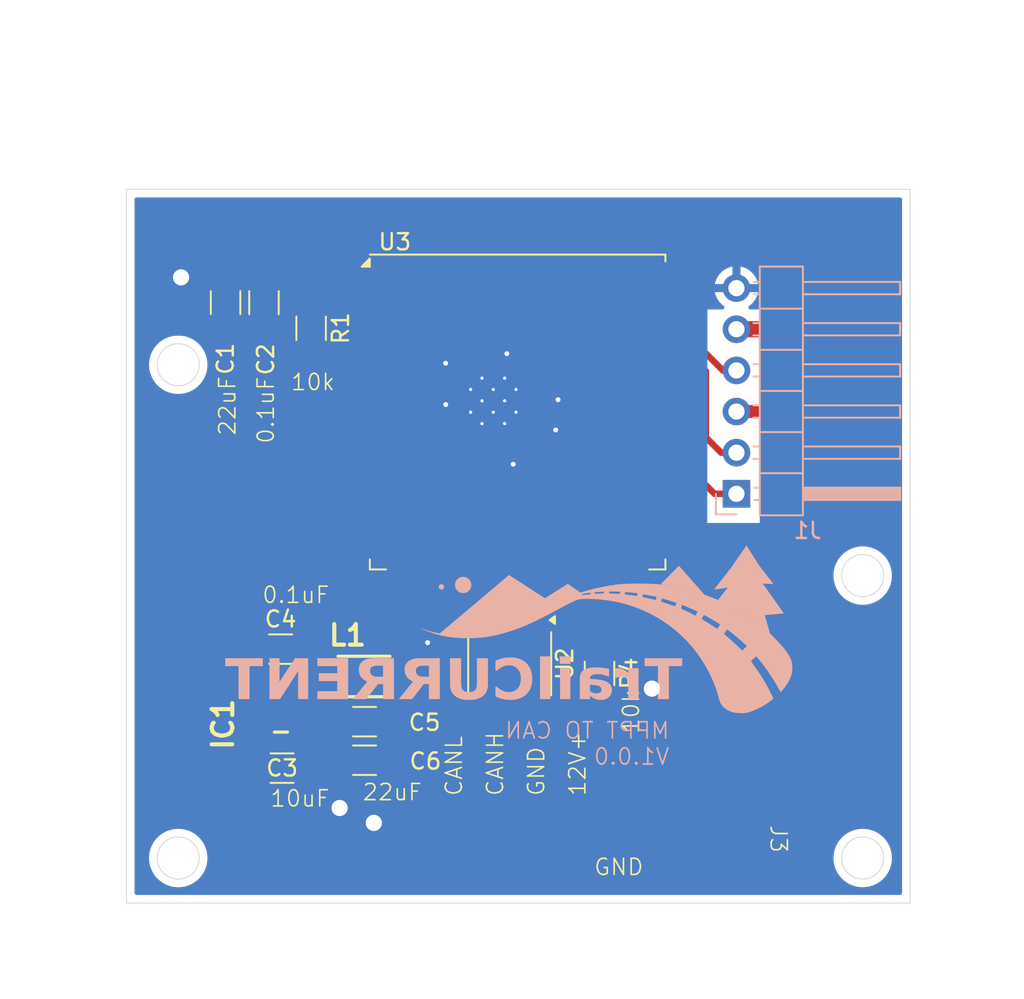
<source format=kicad_pcb>
(kicad_pcb (version 20241229) (generator "pcbnew") (generator_version "9.0")
  (layers (0 "F.Cu" signal) (2 "B.Cu" signal) (13 "F.Paste" user) (15 "B.Paste" user) (5 "F.SilkS" user "F.Silkscreen") (7 "B.SilkS" user "B.Silkscreen") (1 "F.Mask" user) (3 "B.Mask" user) (25 "Edge.Cuts" user))
  (net 0 "")
  (net 1 "+3.3V")
  (net 2 "GND")
  (net 3 "+12V")
  (net 4 "Net-(IC1-SW)")
  (net 5 "Net-(IC1-BST)")
  (net 6 "ESP32_TX")
  (net 7 "EN")
  (net 8 "IO0")
  (net 9 "ESP32_RX")
  (net 10 "CANL")
  (net 11 "CANH")
  (net 12 "SCL")
  (net 13 "SDA")
  (net 14 "Net-(U2-Rs)")
  (net 15 "CAN_RX")
  (net 16 "CAN_TX")
  (footprint "Capacitor_SMD:C_1206_3216Metric_Pad1.33x1.80mm_HandSolder" (layer "F.Cu") (at 132.87 106.06 180)
    (property "Reference" "C5")
    (property "Value" "22uF")
  )
  (footprint "CustomLibraries:CAN_PLUS_POWER" (layer "F.Cu") (at 151.086 115.7965 90)
    (property "Reference" "J2" (hide yes))
    (property "Value" "Conn_01x04")
  )
  (footprint "Package_SO:SOIC-8_3.9x4.9mm_P1.27mm" (layer "F.Cu") (at 141.825 102.485 -90)
    (property "Reference" "U2")
    (property "Value" "SN65HVD230")
  )
  (footprint "Resistor_SMD:R_1206_3216Metric_Pad1.30x1.75mm_HandSolder" (layer "F.Cu") (at 147.37 103.08 -90)
    (property "Reference" "R4")
    (property "Value" "10k")
  )
  (footprint "Capacitor_SMD:C_1206_3216Metric" (layer "F.Cu") (at 127.7775 108.93)
    (property "Reference" "C3")
    (property "Value" "10uF")
  )
  (footprint "Capacitor_SMD:C_1206_3216Metric" (layer "F.Cu") (at 127.6875 101.58)
    (property "Reference" "C4")
    (property "Value" "100nF")
  )
  (footprint "RF_Module:ESP32-WROOM-32U" (layer "F.Cu") (at 142.315 86.94)
    (property "Reference" "U3")
    (property "Value" "ESP32-WROOM-32U")
  )
  (footprint "Connector:GenericPad_01x04" (layer "F.Cu") (at 144.19 108.17 -90)
    (property "Reference" "J3")
    (property "Value" "Conn_01x04")
  )
  (footprint "CustomLibraries:AP63203WU7" (layer "F.Cu") (at 127.7075 105.254 -90)
    (property "Reference" "IC1")
    (property "Value" "AP63203WU-7" (hide yes))
  )
  (footprint "Capacitor_SMD:C_1206_3216Metric_Pad1.33x1.80mm_HandSolder" (layer "F.Cu") (at 132.87 108.44 180)
    (property "Reference" "C6")
    (property "Value" "22uF")
  )
  (footprint "Capacitor_SMD:C_1206_3216Metric_Pad1.33x1.80mm_HandSolder" (layer "F.Cu") (at 124.29 80.1875 90)
    (property "Reference" "C1")
    (property "Value" "22uF")
  )
  (footprint "Resistor_SMD:R_1206_3216Metric_Pad1.30x1.75mm_HandSolder" (layer "F.Cu") (at 129.57 81.77 -90)
    (property "Reference" "R1")
    (property "Value" "10k")
  )
  (footprint "Inductor_SMD:NLV32T-3R9J-EF" (layer "F.Cu") (at 132.8325 103.27)
    (property "Reference" "L1")
    (property "Value" "NLV32T-3R9J-EF (3.9uH)" (hide yes))
  )
  (footprint "Capacitor_SMD:C_1206_3216Metric_Pad1.33x1.80mm_HandSolder" (layer "F.Cu") (at 126.66 80.1875 90)
    (property "Reference" "C2")
    (property "Value" "0.1uF")
  )
  (footprint "Connector_PinHeader_2.54mm:PinHeader_1x06_P2.54mm_Horizontal" (layer "B.Cu") (at 155.82 91.99)
    (property "Reference" "J1")
    (property "Value" "Conn_01x06")
  )
  (gr_poly (pts (xy 139.80215 103.716186) (xy 139.801701 103.748537) (xy 139.800357 103.77984) (xy 139.798116 103.810097) (xy 139.794979 103.839306) (xy 139.790946 103.867468) (xy 139.786017 103.894582) (xy 139.780191 103.92065) (xy 139.773469 103.94567) (xy 139.765851 103.969643) (xy 139.757336 103.992569) (xy 139.747926 104.014448) (xy 139.737619 104.035279) (xy 139.726416 104.055064) (xy 139.714317 104.073801) (xy 139.701322 104.091491) (xy 139.68743 104.108133) (xy 139.672532 104.123748) (xy 139.656518 104.138356) (xy 139.639386 104.151957) (xy 139.621138 104.164549) (xy 139.601772 104.176135) (xy 139.58129 104.186713) (xy 139.559691 104.196283) (xy 139.536975 104.204846) (xy 139.513143 104.212402) (xy 139.488193 104.21895) (xy 139.462127 104.224491) (xy 139.434944 104.229024) (xy 139.406644 104.23255) (xy 139.377227 104.235068) (xy 139.346694 104.23658) (xy 139.315043 104.237083) (xy 139.283813 104.236599) (xy 139.253658 104.235148) (xy 139.224579 104.232729) (xy 139.196575 104.229342) (xy 139.169646 104.224988) (xy 139.143794 104.219665) (xy 139.119016 104.213376) (xy 139.095314 104.206118) (xy 139.072688 104.197893) (xy 139.051137 104.1887) (xy 139.030662 104.17854) (xy 139.011262 104.167412) (xy 138.992938 104.155316) (xy 138.975689 104.142252) (xy 138.959516 104.128221) (xy 138.944419 104.113222) (xy 138.9301 104.097156) (xy 138.916705 104.079923) (xy 138.904233 104.061524) (xy 138.892686 104.041959) (xy 138.882062 104.021227) (xy 138.872362 103.999328) (xy 138.863586 103.976263) (xy 138.855733 103.952032) (xy 138.848805 103.926634) (xy 138.8428 103.900069) (xy 138.837719 103.872338) (xy 138.833561 103.84344) (xy 138.830328 103.813376) (xy 138.828018 103.782145) (xy 138.826633 103.749748) (xy 138.826171 103.716184) (xy 138.826171 102.139919) (xy 138.144927 102.139919) (xy 138.144931 103.751818) (xy 138.146089 103.8095) (xy 138.149563 103.865472) (xy 138.155354 103.919734) (xy 138.163462 103.972287) (xy 138.173885 104.023129) (xy 138.186625 104.072262) (xy 138.201682 104.119684) (xy 138.219055 104.165397) (xy 138.238744 104.209399) (xy 138.260749 104.251692) (xy 138.285071 104.292274) (xy 138.31171 104.331147) (xy 138.340665 104.36831) (xy 138.371936 104.403762) (xy 138.405524 104.437505) (xy 138.441428 104.469538) (xy 138.479587 104.499741) (xy 138.519938 104.527995) (xy 138.562481 104.554301) (xy 138.607216 104.578658) (xy 138.654144 104.601067) (xy 138.703265 104.621527) (xy 138.754577 104.640039) (xy 138.808082 104.656602) (xy 138.863779 104.671217) (xy 138.921669 104.683883) (xy 138.98175 104.6946) (xy 139.044024 104.703369) (xy 139.108491 104.710189) (xy 139.175149 104.715061) (xy 139.244 104.717983) (xy 139.315043 104.718958) (xy 139.386086 104.717983) (xy 139.454937 104.715061) (xy 139.521595 104.710189) (xy 139.586062 104.703369) (xy 139.648335 104.6946) (xy 139.708417 104.683883) (xy 139.766306 104.671217) (xy 139.822003 104.656602) (xy 139.875507 104.640039) (xy 139.926819 104.621527) (xy 139.975939 104.601067) (xy 140.022867 104.578658) (xy 140.067602 104.554301) (xy 140.110145 104.527995) (xy 140.150496 104.499741) (xy 140.188655 104.469538) (xy 140.224345 104.437512) (xy 140.257734 104.403789) (xy 140.288819 104.368369) (xy 140.317602 104.331253) (xy 140.344082 104.29244) (xy 140.368259 104.251931) (xy 140.390134 104.209724) (xy 140.409706 104.165821) (xy 140.426976 104.120222) (xy 140.441943 104.072925) (xy 140.454607 104.023932) (xy 140.464969 103.973242) (xy 140.473028 103.920855) (xy 140.478784 103.866772) (xy 140.482238 103.810992) (xy 140.48339 103.753515) (xy 140.48339 102.139919) (xy 139.80215 102.139919)) (stroke (width -0.000001)) (fill yes) (layer "B.SilkS"))
  (gr_poly (pts (xy 124.271239 102.62858) (xy 125.091906 102.62858) (xy 125.091906 104.666359) (xy 125.769618 104.666359) (xy 125.769618 102.62858) (xy 126.590285 102.62858) (xy 126.590285 102.139919) (xy 124.271239 102.139919)) (stroke (width -0.000001)) (fill yes) (layer "B.SilkS"))
  (gr_poly (pts (xy 136.317535 102.140317) (xy 136.262355 102.14151) (xy 136.209216 102.143498) (xy 136.158118 102.146282) (xy 136.10906 102.149861) (xy 136.062043 102.154236) (xy 136.017067 102.159406) (xy 135.974131 102.165371) (xy 135.953256 102.168784) (xy 135.932546 102.172662) (xy 135.912001 102.177003) (xy 135.891622 102.181808) (xy 135.871408 102.187077) (xy 135.85136 102.19281) (xy 135.831477 102.199007) (xy 135.81176 102.205668) (xy 135.792209 102.212793) (xy 135.772823 102.220382) (xy 135.753602 102.228435) (xy 135.734547 102.236951) (xy 135.715658 102.245932) (xy 135.696934 102.255377) (xy 135.678376 102.265285) (xy 135.659983 102.275658) (xy 135.641693 102.286461) (xy 135.623886 102.297662) (xy 135.606561 102.309261) (xy 135.589718 102.321258) (xy 135.573358 102.333652) (xy 135.557481 102.346444) (xy 135.542087 102.359633) (xy 135.527175 102.37322) (xy 135.512745 102.387205) (xy 135.498799 102.401588) (xy 135.485335 102.416368) (xy 135.472353 102.431546) (xy 135.459854 102.447122) (xy 135.447838 102.463095) (xy 135.436305 102.479466) (xy 135.425254 102.496235) (xy 135.414568 102.513262) (xy 135.404571 102.530832) (xy 135.395264 102.548946) (xy 135.386646 102.567604) (xy 135.378718 102.586805) (xy 135.371479 102.606549) (xy 135.36493 102.626837) (xy 135.35907 102.647668) (xy 135.353899 102.669043) (xy 135.349418 102.690962) (xy 135.345626 102.713424) (xy 135.342524 102.736429) (xy 135.340111 102.759978) (xy 135.338387 102.78407) (xy 135.337353 102.808706) (xy 135.337008 102.833885) (xy 135.337539 102.868476) (xy 135.339132 102.902258) (xy 135.341786 102.935231) (xy 135.345502 102.967396) (xy 135.35028 102.998753) (xy 135.356119 103.029301) (xy 135.36302 103.05904) (xy 135.370983 103.087971) (xy 135.380007 103.116093) (xy 135.390094 103.143406) (xy 135.401242 103.169911) (xy 135.413451 103.195607) (xy 135.426723 103.220495) (xy 135.441056 103.244574) (xy 135.45645 103.267844) (xy 135.472907 103.290306) (xy 135.490128 103.312132) (xy 135.508259 103.333493) (xy 135.527301 103.354391) (xy 135.547252 103.374825) (xy 135.568113 103.394795) (xy 135.589885 103.4143) (xy 135.612566 103.433342) (xy 135.636157 103.45192) (xy 135.660659 103.470034) (xy 135.68607 103.487684) (xy 135.712392 103.50487) (xy 135.739623 103.521592) (xy 135.767765 103.53785) (xy 135.796816 103.553644) (xy 135.826778 103.568975) (xy 135.85765 103.583841) (xy 134.980506 104.666359) (xy 135.80823 104.666359) (xy 136.524772 103.73994) (xy 136.837153 103.73994) (xy 136.837153 104.666359) (xy 137.511336 104.666359) (xy 137.511336 103.285215) (xy 136.837153 103.285215) (xy 136.628901 103.285215) (xy 136.589136 103.284977) (xy 136.551026 103.284261) (xy 136.51457 103.283068) (xy 136.479768 103.281397) (xy 136.446621 103.27925) (xy 136.415129 103.276625) (xy 136.385291 103.273523) (xy 136.357108 103.269943) (xy 136.343569 103.267882) (xy 136.330305 103.265516) (xy 136.317317 103.262845) (xy 136.304605 103.259869) (xy 136.292168 103.256589) (xy 136.280007 103.253003) (xy 136.268122 103.249113) (xy 136.256512 103.244918) (xy 136.245178 103.240417) (xy 136.23412 103.235612) (xy 136.223337 103.230502) (xy 136.21283 103.225087) (xy 136.202599 103.219367) (xy 136.192644 103.213343) (xy 136.182964 103.207013) (xy 136.17356 103.200378) (xy 136.164888 103.193764) (xy 136.156518 103.187069) (xy 136.148453 103.180295) (xy 136.14069 103.173442) (xy 136.133231 103.166509) (xy 136.126076 103.159497) (xy 136.119223 103.152405) (xy 136.112674 103.145234) (xy 136.106428 103.137983) (xy 136.100486 103.130652) (xy 136.094847 103.123243) (xy 136.089511 103.115753) (xy 136.084478 103.108184) (xy 136.079749 103.100536) (xy 136.075323 103.092808) (xy 136.0712 103.085001) (xy 136.06714 103.076776) (xy 136.063341 103.068219) (xy 136.059805 103.059331) (xy 136.05653 103.050112) (xy 136.053518 103.040561) (xy 136.050767 103.030679) (xy 136.048278 103.020465) (xy 136.046052 103.00992) (xy 136.044087 102.999044) (xy 136.042384 102.987836) (xy 136.040944 102.976297) (xy 136.039765 102.964426) (xy 136.038848 102.952224) (xy 136.038193 102.939691) (xy 136.0378 102.926826) (xy 136.037669 102.913629) (xy 136.037828 102.901859) (xy 136.038303 102.8903) (xy 136.039096 102.878953) (xy 136.040206 102.867818) (xy 136.041633 102.856896) (xy 136.043377 102.846185) (xy 136.045439 102.835687) (xy 136.047817 102.8254) (xy 136.050513 102.815326) (xy 136.053525 102.805464) (xy 136.056855 102.795813) (xy 136.060502 102.786375) (xy 136.064466 102.777149) (xy 136.068747 102.768135) (xy 136.073346 102.759333) (xy 136.078261 102.750744) (xy 136.083563 102.742373) (xy 136.089319 102.734227) (xy 136.095531 102.726307) (xy 136.102197 102.718612) (xy 136.109319 102.711142) (xy 136.116895 102.703898) (xy 136.124927 102.696879) (xy 136.133413 102.690086) (xy 136.142355 102.683517) (xy 136.151751 102.677174) (xy 136.161602 102.671057) (xy 136.171909 102.665164) (xy 136.18267 102.659497) (xy 136.193887 102.654056) (xy 136.205558 102.648839) (xy 136.217685 102.643848) (xy 136.226378 102.640541) (xy 136.235251 102.637406) (xy 136.244303 102.634443) (xy 136.253534 102.631653) (xy 136.262944 102.629035) (xy 136.272534 102.626589) (xy 136.282303 102.624316) (xy 136.292251 102.622215) (xy 136.302378 102.620286) (xy 136.312685 102.61853) (xy 136.333835 102.615534) (xy 136.355703 102.613227) (xy 136.378287 102.61161) (xy 136.4017 102.61002) (xy 136.42605 102.608641) (xy 136.477562 102.606521) (xy 136.532825 102.605248) (xy 136.591838 102.604824) (xy 136.837153 102.604824) (xy 136.837153 103.285215) (xy 137.511336 103.285215) (xy 137.511336 102.139919) (xy 136.374755 102.139919)) (stroke (width -0.000001)) (fill yes) (layer "B.SilkS"))
  (gr_poly (pts (xy 150.151385 102.628578) (xy 150.972054 102.628578) (xy 150.972054 104.666357) (xy 151.649767 104.666357) (xy 151.649767 102.628578) (xy 152.470434 102.628578) (xy 152.470434 102.139919) (xy 150.151385 102.139919)) (stroke (width -0.000001)) (fill yes) (layer "B.SilkS"))
  (gr_poly (pts (xy 144.932647 104.666357) (xy 145.568002 104.666357) (xy 145.568002 102.760923) (xy 144.932647 102.760923)) (stroke (width -0.000001)) (fill yes) (layer "B.SilkS"))
  (gr_poly (pts (xy 151.12929 97.588515) (xy 151.305037 97.61022) (xy 151.45856 97.630853) (xy 151.532438 97.641719) (xy 151.597042 97.65223) (xy 151.705683 97.671928) (xy 151.814084 97.692919) (xy 152.030269 97.738115) (xy 152.2458 97.7865) (xy 152.460879 97.836757) (xy 152.656354 97.883636) (xy 152.851391 97.932368) (xy 153.045748 97.983671) (xy 153.239184 98.038261) (xy 153.424177 98.095766) (xy 153.627603 98.16268) (xy 153.859438 98.241255) (xy 152.268616 96.428098)) (stroke (width -0.000001)) (fill yes) (layer "B.SilkS"))
  (gr_poly (pts (xy 149.418441 97.532195) (xy 149.095743 97.540068) (xy 148.815908 97.553247) (xy 148.599517 97.571738) (xy 148.287722 97.612391) (xy 147.979727 97.65979) (xy 147.675474 97.713954) (xy 147.374904 97.774902) (xy 147.077958 97.842652) (xy 146.784576 97.917224) (xy 146.4947 97.998638) (xy 146.20827 98.086911) (xy 145.925228 98.182062) (xy 145.645514 98.284112) (xy 145.36907 98.393079) (xy 145.095837 98.508982) (xy 144.825755 98.631839) (xy 144.558765 98.761671) (xy 144.294809 98.898495) (xy 144.033828 99.042332) (xy 143.728742 99.212061) (xy 143.427615 99.372539) (xy 143.130362 99.523799) (xy 142.836896 99.665871) (xy 142.54713 99.798787) (xy 142.260978 99.922579) (xy 141.978354 100.037277) (xy 141.699171 100.142915) (xy 141.423343 100.239522) (xy 141.150783 100.32713) (xy 140.881406 100.405772) (xy 140.615124 100.475478) (xy 140.351851 100.53628) (xy 140.091501 100.58821) (xy 139.833988 100.631298) (xy 139.579224 100.665577) (xy 139.382275 100.68614) (xy 139.185547 100.70138) (xy 138.989224 100.711313) (xy 138.793489 100.715959) (xy 138.598525 100.715336) (xy 138.404516 100.709461) (xy 138.211646 100.698353) (xy 138.020096 100.68203) (xy 137.830052 100.66051) (xy 137.641696 100.633812) (xy 137.455212 100.601954) (xy 137.270782 100.564953) (xy 137.088591 100.522829) (xy 136.908821 100.475598) (xy 136.731657 100.42328) (xy 136.55728 100.365892) (xy 136.517785 100.352424) (xy 136.480629 100.340171) (xy 136.446647 100.329378) (xy 136.416674 100.320292) (xy 136.391546 100.313158) (xy 136.372099 100.308222) (xy 136.359167 100.30573) (xy 136.355406 100.305478) (xy 136.353587 100.305929) (xy 136.353555 100.307157) (xy 136.355212 100.309021) (xy 136.363305 100.314531) (xy 136.377294 100.322216) (xy 136.396603 100.331833) (xy 136.448887 100.355892) (xy 136.515562 100.384762) (xy 136.592035 100.416497) (xy 136.673712 100.449154) (xy 136.755998 100.480787) (xy 136.8343 100.509451) (xy 137.128121 100.607693) (xy 137.271846 100.651035) (xy 137.414147 100.690641) (xy 137.555547 100.7266) (xy 137.696573 100.758999) (xy 137.837747 100.787927) (xy 137.979594 100.81347) (xy 138.122639 100.835718) (xy 138.267405 100.854758) (xy 138.414418 100.870679) (xy 138.564202 100.883567) (xy 138.71728 100.893511) (xy 138.874178 100.9006) (xy 139.201529 100.906561) (xy 139.493062 100.903383) (xy 139.769258 100.892318) (xy 140.034228 100.872835) (xy 140.292081 100.8444) (xy 140.546927 100.806483) (xy 140.802878 100.758552) (xy 141.064041 100.700075) (xy 141.334529 100.63052) (xy 141.744818 100.512422) (xy 141.942205 100.450171) (xy 142.137134 100.384596) (xy 142.33164 100.314805) (xy 142.527759 100.239909) (xy 142.727525 100.159014) (xy 142.932973 100.071229) (xy 143.14614 99.975664) (xy 143.36906 99.871427) (xy 143.8523 99.63337) (xy 144.398975 99.349928) (xy 145.025367 99.013969) (xy 145.25528 98.890404) (xy 145.454148 98.786336) (xy 145.625025 98.700374) (xy 145.770963 98.631124) (xy 145.895015 98.577193) (xy 146.000232 98.537189) (xy 146.089668 98.50972) (xy 146.129422 98.50025) (xy 146.166375 98.493391) (xy 146.206638 98.488742) (xy 146.261589 98.484999) (xy 146.329644 98.482188) (xy 146.409218 98.480335) (xy 146.498727 98.479466) (xy 146.596585 98.479605) (xy 146.701208 98.480778) (xy 146.811011 98.483011) (xy 147.051518 98.49196) (xy 147.2894 98.506841) (xy 147.524766 98.527683) (xy 147.757728 98.554511) (xy 147.988394 98.587353) (xy 148.216875 98.626234) (xy 148.443281 98.671183) (xy 148.667722 98.722224) (xy 148.890309 98.779385) (xy 149.111151 98.842693) (xy 149.330358 98.912174) (xy 149.548042 98.987855) (xy 149.764311 99.069763) (xy 149.979275 99.157924) (xy 150.193046 99.252364) (xy 150.405733 99.353111) (xy 150.670348 99.4886) (xy 150.928927 99.632898) (xy 151.181334 99.785881) (xy 151.427436 99.947426) (xy 151.667097 100.11741) (xy 151.900183 100.295708) (xy 152.126559 100.482196) (xy 152.346091 100.676752) (xy 152.558644 100.87925) (xy 152.764083 101.089569) (xy 152.962275 101.307583) (xy 153.153083 101.533169) (xy 153.336374 101.766204) (xy 153.512012 102.006563) (xy 153.679864 102.254123) (xy 153.839795 102.50876) (xy 153.970688 102.733426) (xy 154.094666 102.962248) (xy 154.210872 103.193311) (xy 154.318454 103.424699) (xy 154.416556 103.654497) (xy 154.504325 103.88079) (xy 154.580905 104.101661) (xy 154.645444 104.315195) (xy 154.73731 104.640733) (xy 154.769633 104.747468) (xy 154.796638 104.827023) (xy 154.809026 104.858992) (xy 154.821141 104.887028) (xy 154.833334 104.912084) (xy 154.845959 104.935115) (xy 154.873909 104.978916) (xy 154.907807 105.026062) (xy 154.937718 105.065005) (xy 154.968924 105.102306) (xy 155.001487 105.138003) (xy 155.035465 105.172138) (xy 155.070922 105.204752) (xy 155.107916 105.235886) (xy 155.146509 105.26558) (xy 155.186761 105.293875) (xy 155.228733 105.320812) (xy 155.272487 105.346431) (xy 155.318081 105.370774) (xy 155.365578 105.393881) (xy 155.415038 105.415793) (xy 155.466522 105.43655) (xy 155.52009 105.456194) (xy 155.575803 105.474766) (xy 155.612171 105.484961) (xy 155.654094 105.494336) (xy 155.700825 105.502852) (xy 155.751619 105.510469) (xy 155.80573 105.517149) (xy 155.86241 105.522854) (xy 155.980498 105.531184) (xy 156.099913 105.535148) (xy 156.214688 105.534438) (xy 156.26847 105.532234) (xy 156.318853 105.528746) (xy 156.365092 105.523934) (xy 156.40644 105.517761) (xy 156.406439 105.517757) (xy 156.406439 105.517752) (xy 156.406439 105.517742) (xy 156.406438 105.517731) (xy 156.406438 105.517726) (xy 156.406438 105.517721) (xy 156.464669 105.505922) (xy 156.527612 105.490478) (xy 156.594628 105.471656) (xy 156.665077 105.449724) (xy 156.738322 105.424949) (xy 156.813724 105.397597) (xy 156.968445 105.336233) (xy 157.124131 105.267768) (xy 157.275675 105.194339) (xy 157.348297 105.156431) (xy 157.417968 105.118083) (xy 157.484049 105.079562) (xy 157.545901 105.041136) (xy 157.635232 104.982158) (xy 157.728521 104.917946) (xy 157.820879 104.852165) (xy 157.907413 104.788479) (xy 157.983232 104.730551) (xy 158.043444 104.682045) (xy 158.083158 104.646626) (xy 158.0938 104.634969) (xy 158.097483 104.627958) (xy 158.094087 104.615775) (xy 158.084319 104.591745) (xy 158.048182 104.513115) (xy 157.994108 104.402006) (xy 157.92713 104.268355) (xy 157.852285 104.122099) (xy 157.774607 103.973175) (xy 157.699131 103.83152) (xy 157.630892 103.707071) (xy 157.558326 103.580486) (xy 157.4782 103.446468) (xy 157.391838 103.30706) (xy 157.300565 103.1643) (xy 157.205703 103.020231) (xy 157.108579 102.876893) (xy 157.010516 102.736327) (xy 156.912838 102.600572) (xy 156.837962 102.496874) (xy 156.776646 102.409408) (xy 156.75305 102.37464) (xy 156.735216 102.347382) (xy 156.723936 102.328785) (xy 156.721001 102.323094) (xy 156.72 102.32) (xy 156.720167 102.318991) (xy 156.720663 102.317719) (xy 156.721479 102.316192) (xy 156.722607 102.314416) (xy 156.725768 102.310153) (xy 156.73008 102.304995) (xy 156.735478 102.299004) (xy 156.741895 102.292243) (xy 156.749266 102.284777) (xy 156.757527 102.276669) (xy 156.766611 102.267981) (xy 156.776452 102.258779) (xy 156.786986 102.249124) (xy 156.798147 102.23908) (xy 156.80987 102.228712) (xy 156.822088 102.218081) (xy 156.834737 102.207253) (xy 156.84775 102.196289) (xy 157.011378 102.059561) (xy 157.014314 102.057226) (xy 157.017222 102.055172) (xy 157.020125 102.053418) (xy 157.023045 102.051981) (xy 157.026004 102.05088) (xy 157.029024 102.050132) (xy 157.032128 102.049756) (xy 157.035338 102.049768) (xy 157.038676 102.050189) (xy 157.042165 102.051034) (xy 157.045826 102.052323) (xy 157.049682 102.054073) (xy 157.053755 102.056302) (xy 157.058068 102.059028) (xy 157.062642 102.06227) (xy 157.0675 102.066044) (xy 157.072665 102.07037) (xy 157.078157 102.075265) (xy 157.084001 102.080747) (xy 157.090217 102.086834) (xy 157.096828 102.093544) (xy 157.103856 102.100895) (xy 157.111324 102.108904) (xy 157.119254 102.117591) (xy 157.136589 102.137068) (xy 157.156037 102.159468) (xy 157.177778 102.184935) (xy 157.201989 102.213613) (xy 157.343357 102.387331) (xy 157.490279 102.578411) (xy 157.640376 102.783386) (xy 157.79127 102.99879) (xy 157.940583 103.221154) (xy 158.085939 103.447011) (xy 158.224958 103.672895) (xy 158.355263 103.895336) (xy 158.550432 104.237728) (xy 158.636089 104.139726) (xy 158.711442 104.051358) (xy 158.781578 103.964588) (xy 158.84659 103.879223) (xy 158.906569 103.795067) (xy 158.961608 103.711925) (xy 159.011799 103.629604) (xy 159.057236 103.547908) (xy 159.098009 103.466642) (xy 159.134211 103.385613) (xy 159.165935 103.304624) (xy 159.193273 103.223482) (xy 159.216318 103.141992) (xy 159.235161 103.059959) (xy 159.249896 102.977188) (xy 159.260614 102.893485) (xy 159.267407 102.808655) (xy 159.270382 102.700193) (xy 159.26634 102.594735) (xy 159.261495 102.542806) (xy 159.254663 102.491237) (xy 159.245768 102.439897) (xy 159.234732 102.388656) (xy 159.221477 102.337383) (xy 159.205927 102.285949) (xy 159.188004 102.234223) (xy 159.16763 102.182074) (xy 159.144729 102.129372) (xy 159.119222 102.075986) (xy 159.060084 101.966643) (xy 158.989596 101.853003) (xy 158.907139 101.734021) (xy 158.812096 101.608655) (xy 158.703846 101.475861) (xy 158.630617 101.391121) (xy 156.458871 101.391121) (xy 156.317914 101.533342) (xy 156.218077 101.633786) (xy 156.175983 101.675564) (xy 156.152831 101.653212) (xy 156.090516 101.592353) (xy 155.886399 101.392292) (xy 155.82287 101.330682) (xy 155.75287 101.264109) (xy 155.602653 101.124501) (xy 155.454144 100.990327) (xy 155.386279 100.930548) (xy 155.32574 100.87845) (xy 155.220108 100.787711) (xy 155.133605 100.711096) (xy 155.100316 100.680606) (xy 155.075157 100.656674) (xy 155.059243 100.640307) (xy 155.055102 100.635276) (xy 155.053691 100.632515) (xy 155.055431 100.627795) (xy 155.060383 100.618871) (xy 155.078299 100.590687) (xy 155.1042 100.55251) (xy 155.134844 100.508888) (xy 155.166994 100.46437) (xy 155.197408 100.423501) (xy 155.222846 100.390831) (xy 155.232687 100.378991) (xy 155.240069 100.370907) (xy 155.243981 100.370841) (xy 155.251857 100.374248) (xy 155.278679 100.390805) (xy 155.31888 100.419216) (xy 155.370806 100.458119) (xy 155.503213 100.561959) (xy 155.662663 100.691437) (xy 155.83592 100.835662) (xy 156.009747 100.983746) (xy 156.170907 101.124799) (xy 156.306164 101.247932) (xy 156.458871 101.391121) (xy 158.630617 101.391121) (xy 158.581771 101.334597) (xy 158.445251 101.18382) (xy 158.293668 101.022486) (xy 158.126403 100.849552) (xy 157.893067 100.611921) (xy 157.813095 100.532) (xy 157.748178 100.469167) (xy 157.691258 100.416794) (xy 157.635278 100.368252) (xy 157.573182 100.316909) (xy 157.497911 100.256138) (xy 157.311174 100.105295) (xy 157.252987 100.060123) (xy 154.809298 100.060123) (xy 154.808831 100.062993) (xy 154.807468 100.067012) (xy 154.802277 100.07817) (xy 154.794176 100.092949) (xy 154.783615 100.1107) (xy 154.756919 100.152525) (xy 154.725794 100.198455) (xy 154.693845 100.243302) (xy 154.664678 100.281877) (xy 154.652265 100.297191) (xy 154.641898 100.308992) (xy 154.63403 100.316629) (xy 154.631173 100.318685) (xy 154.62911 100.319456) (xy 154.626243 100.318562) (xy 154.620542 100.315755) (xy 154.601249 100.304793) (xy 154.572462 100.287348) (xy 154.535412 100.264199) (xy 154.491327 100.236123) (xy 154.44144 100.203898) (xy 154.386979 100.168302) (xy 154.329175 100.130113) (xy 154.204312 100.048187) (xy 154.076041 99.965711) (xy 153.959441 99.892288) (xy 153.869592 99.837517) (xy 153.83457 99.816574) (xy 153.801456 99.796321) (xy 153.771005 99.777252) (xy 153.743974 99.759861) (xy 153.72112 99.744643) (xy 153.703198 99.732092) (xy 153.690966 99.722702) (xy 153.687219 99.719347) (xy 153.685179 99.716968) (xy 153.684388 99.714653) (xy 153.684246 99.711397) (xy 153.68472 99.707261) (xy 153.685775 99.702309) (xy 153.68949 99.690204) (xy 153.695118 99.675582) (xy 153.702385 99.658941) (xy 153.711017 99.640782) (xy 153.72074 99.621603) (xy 153.731281 99.601904) (xy 153.742364 99.582185) (xy 153.753717 99.562944) (xy 153.765065 99.544681) (xy 153.776135 99.527896) (xy 153.786652 99.513087) (xy 153.796342 99.500755) (xy 153.804932 99.491398) (xy 153.808729 99.487991) (xy 153.812148 99.485515) (xy 153.814559 99.484559) (xy 153.817793 99.484195) (xy 153.821889 99.484446) (xy 153.826891 99.485334) (xy 153.83284 99.486883) (xy 153.839777 99.489114) (xy 153.856784 99.495717) (xy 153.878246 99.505323) (xy 153.904497 99.518113) (xy 153.93587 99.534269) (xy 153.972699 99.553973) (xy 154.015319 99.577404) (xy 154.064062 99.604746) (xy 154.181254 99.671881) (xy 154.326946 99.756829) (xy 154.503808 99.861038) (xy 154.565175 99.897701) (xy 154.622424 99.932633) (xy 154.674304 99.965016) (xy 154.719561 99.994034) (xy 154.756941 100.01887) (xy 154.785193 100.038708) (xy 154.803063 100.052732) (xy 154.807713 100.057307) (xy 154.809298 100.060123) (xy 157.252987 100.060123) (xy 157.124974 99.960743) (xy 156.938141 99.821664) (xy 156.749504 99.687243) (xy 156.557892 99.556663) (xy 156.362135 99.429109) (xy 156.161061 99.303765) (xy 156.097761 99.265964) (xy 153.409598 99.265964) (xy 153.409315 99.267507) (xy 153.408484 99.270262) (xy 153.40529 99.279142) (xy 153.400241 99.292062) (xy 153.39356 99.308479) (xy 153.385472 99.32785) (xy 153.3762 99.349633) (xy 153.365968 99.373286) (xy 153.355 99.398266) (xy 153.300402 99.521721) (xy 153.116163 99.422426) (xy 153.073938 99.400144) (xy 153.024465 99.374842) (xy 152.91099 99.318686) (xy 152.790166 99.260969) (xy 152.676422 99.208704) (xy 152.575839 99.16297) (xy 152.49085 99.123036) (xy 152.430411 99.093198) (xy 152.412196 99.083408) (xy 152.403477 99.077753) (xy 152.402641 99.07677) (xy 152.401931 99.075532) (xy 152.401344 99.074045) (xy 152.40088 99.072318) (xy 152.400536 99.070359) (xy 152.400311 99.068174) (xy 152.400209 99.06316) (xy 152.400562 99.057338) (xy 152.401355 99.05077) (xy 152.402575 99.043517) (xy 152.404206 99.035641) (xy 152.406237 99.027204) (xy 152.408653 99.018267) (xy 152.411439 99.008892) (xy 152.414583 98.99914) (xy 152.418071 98.989074) (xy 152.421888 98.978753) (xy 152.42602 98.968242) (xy 152.430455 98.9576) (xy 152.474876 98.853968) (xy 152.581203 98.8964) (xy 152.85234 99.008471) (xy 153.121356 99.125522) (xy 153.327395 99.220403) (xy 153.387779 99.251045) (xy 153.403985 99.260682) (xy 153.409598 99.265964) (xy 156.097761 99.265964) (xy 155.9535 99.179815) (xy 155.854578 99.122334) (xy 155.765938 99.071422) (xy 155.697328 99.03249) (xy 155.658496 99.010948) (xy 155.441576 98.894586) (xy 155.372843 98.859093) (xy 155.283076 98.815079) (xy 155.108471 98.730373) (xy 152.112835 98.730373) (xy 152.112716 98.733981) (xy 152.112149 98.738497) (xy 152.111153 98.743864) (xy 152.109744 98.750021) (xy 152.107942 98.756909) (xy 152.105762 98.764469) (xy 152.103225 98.77264) (xy 152.100346 98.781365) (xy 152.097144 98.790583) (xy 152.093638 98.800235) (xy 152.089844 98.810262) (xy 152.08578 98.820604) (xy 152.081465 98.831201) (xy 152.076916 98.841995) (xy 152.07031 98.857152) (xy 152.064126 98.870771) (xy 152.058314 98.882907) (xy 152.05282 98.893614) (xy 152.047595 98.902947) (xy 152.042586 98.910959) (xy 152.037742 98.917706) (xy 152.03301 98.923241) (xy 152.02834 98.927619) (xy 152.026013 98.929391) (xy 152.023681 98.930895) (xy 152.021338 98.932136) (xy 152.018979 98.933122) (xy 152.016597 98.93386) (xy 152.014184 98.934356) (xy 152.011736 98.934617) (xy 152.009245 98.93465) (xy 152.006705 98.934461) (xy 152.004109 98.934059) (xy 151.998725 98.932637) (xy 151.993042 98.930439) (xy 151.977335 98.924318) (xy 151.947342 98.91337) (xy 151.85151 98.879448) (xy 151.719571 98.833586) (xy 151.565553 98.780697) (xy 151.28966 98.685981) (xy 151.172327 98.644691) (xy 151.172132 98.644401) (xy 151.172001 98.643868) (xy 151.17193 98.642103) (xy 151.172103 98.639446) (xy 151.17251 98.635948) (xy 151.17314 98.631658) (xy 151.173985 98.626628) (xy 151.176275 98.614545) (xy 151.1793 98.600102) (xy 151.182978 98.5837) (xy 151.18723 98.565741) (xy 151.191974 98.546629) (xy 151.195951 98.531244) (xy 151.19966 98.517648) (xy 151.203195 98.505752) (xy 151.206644 98.495466) (xy 151.210101 98.486698) (xy 151.213654 98.479359) (xy 151.215496 98.476197) (xy 151.217397 98.473358) (xy 151.219367 98.470831) (xy 151.221419 98.468605) (xy 151.223564 98.466668) (xy 151.225812 98.46501) (xy 151.228176 98.463618) (xy 151.230667 98.462482) (xy 151.233296 98.46159) (xy 151.236075 98.460931) (xy 151.239014 98.460494) (xy 151.242126 98.460267) (xy 151.248912 98.4604) (xy 151.256525 98.461238) (xy 151.265054 98.462692) (xy 151.274591 98.464672) (xy 151.335535 98.481009) (xy 151.441121 98.512061) (xy 151.721903 98.598219) (xy 151.988296 98.682966) (xy 152.075896 98.712255) (xy 152.111659 98.726124) (xy 152.112135 98.726797) (xy 152.112489 98.727734) (xy 152.112721 98.728929) (xy 152.112835 98.730373) (xy 155.108471 98.730373) (xy 155.060202 98.706957) (xy 154.970583 98.665029) (xy 154.884837 98.626499) (xy 154.794959 98.587851) (xy 154.692945 98.545566) (xy 154.420494 98.43602) (xy 154.292723 98.387197) (xy 150.879341 98.387197) (xy 150.87866 98.401793) (xy 150.876874 98.417793) (xy 150.874101 98.434686) (xy 150.870459 98.451965) (xy 150.866068 98.469118) (xy 150.861046 98.485637) (xy 150.855513 98.501013) (xy 150.849587 98.514735) (xy 150.843386 98.526295) (xy 150.840221 98.531104) (xy 150.837031 98.535182) (xy 150.833832 98.538465) (xy 150.830639 98.540888) (xy 150.827467 98.542389) (xy 150.82433 98.542904) (xy 150.813704 98.541347) (xy 150.791435 98.536885) (xy 150.717454 98.520497) (xy 150.613355 98.496244) (xy 150.490104 98.466627) (xy 150.361999 98.435948) (xy 150.244686 98.408802) (xy 150.15115 98.388134) (xy 150.094374 98.376888) (xy 150.080426 98.374562) (xy 150.068173 98.372345) (xy 150.057527 98.370129) (xy 150.0484 98.367805) (xy 150.044378 98.366569) (xy 150.040703 98.365265) (xy 150.037363 98.36388) (xy 150.034347 98.362401) (xy 150.031645 98.360814) (xy 150.029245 98.359104) (xy 150.027136 98.35726) (xy 150.025307 98.355267) (xy 150.023747 98.353111) (xy 150.022445 98.35078) (xy 150.02139 98.348259) (xy 150.02057 98.345535) (xy 150.019976 98.342595) (xy 150.019595 98.339424) (xy 150.019417 98.33601) (xy 150.01943 98.332339) (xy 150.019987 98.324171) (xy 150.021178 98.314812) (xy 150.022913 98.304154) (xy 150.025105 98.292087) (xy 150.028062 98.277439) (xy 150.031366 98.263156) (xy 150.034904 98.249595) (xy 150.038567 98.237114) (xy 150.042242 98.226069) (xy 150.045818 98.216816) (xy 150.047535 98.212974) (xy 150.049185 98.209713) (xy 150.050754 98.207079) (xy 150.05223 98.205116) (xy 150.062269 98.204346) (xy 150.086879 98.20656) (xy 150.172007 98.218531) (xy 150.292003 98.238201) (xy 150.431256 98.262741) (xy 150.574156 98.289323) (xy 150.705091 98.315118) (xy 150.808451 98.337298) (xy 150.868625 98.353035) (xy 150.871297 98.354517) (xy 150.873557 98.356923) (xy 150.875423 98.360189) (xy 150.876908 98.364252) (xy 150.878028 98.369048) (xy 150.878796 98.374513) (xy 150.879341 98.387197) (xy 154.292723 98.387197) (xy 153.985965 98.269981) (xy 153.690521 98.167642) (xy 149.708235 98.167642) (xy 149.708123 98.171909) (xy 149.70786 98.176414) (xy 149.707448 98.181155) (xy 149.706886 98.186137) (xy 149.706174 98.191358) (xy 149.705313 98.196822) (xy 149.704301 98.202529) (xy 149.701827 98.214677) (xy 149.698753 98.227816) (xy 149.695078 98.241954) (xy 149.690801 98.257104) (xy 149.685921 98.273275) (xy 149.685282 98.275131) (xy 149.684543 98.276904) (xy 149.683704 98.278592) (xy 149.682765 98.280196) (xy 149.681726 98.281717) (xy 149.680587 98.283154) (xy 149.679348 98.284507) (xy 149.678009 98.285776) (xy 149.676569 98.286961) (xy 149.67503 98.288063) (xy 149.67339 98.28908) (xy 149.671649 98.290014) (xy 149.669809 98.290864) (xy 149.667867 98.291631) (xy 149.665826 98.292313) (xy 149.663683 98.292912) (xy 149.661441 98.293428) (xy 149.659097 98.293859) (xy 149.656653 98.294207) (xy 149.654108 98.294471) (xy 149.651462 98.294652) (xy 149.648715 98.294749) (xy 149.645868 98.294762) (xy 149.642919 98.294692) (xy 149.639869 98.294538) (xy 149.636719 98.2943) (xy 149.633467 98.293979) (xy 149.630114 98.293574) (xy 149.62666 98.293086) (xy 149.623104 98.292514) (xy 149.619447 98.291859) (xy 149.615689 98.29112) (xy 149.597038 98.287827) (xy 149.567203 98.283224) (xy 149.480147 98.270932) (xy 149.366858 98.255927) (xy 149.239676 98.239891) (xy 148.924483 98.201124) (xy 148.937377 98.133175) (xy 148.940066 98.119399) (xy 148.942768 98.106301) (xy 148.945409 98.094186) (xy 148.947916 98.083358) (xy 148.950217 98.074122) (xy 148.952238 98.066781) (xy 148.953907 98.06164) (xy 148.954587 98.05999) (xy 148.955151 98.059004) (xy 148.964097 98.058348) (xy 148.987234 98.059285) (xy 149.068159 98.06516) (xy 149.313148 98.08749) (xy 149.563352 98.113596) (xy 149.650794 98.12419) (xy 149.692002 98.131079) (xy 149.694128 98.131962) (xy 149.696105 98.133062) (xy 149.697933 98.13438) (xy 149.699612 98.135916) (xy 149.701142 98.137672) (xy 149.702523 98.13965) (xy 149.703755 98.14185) (xy 149.704838 98.144275) (xy 149.705771 98.146926) (xy 149.706556 98.149803) (xy 149.70719 98.152909) (xy 149.707676 98.156244) (xy 149.708012 98.15981) (xy 149.708199 98.163609) (xy 149.708235 98.167642) (xy 153.690521 98.167642) (xy 153.561481 98.122944) (xy 153.266134 98.031904) (xy 148.632842 98.031904) (xy 148.632842 98.098556) (xy 148.632842 98.165209) (xy 148.460658 98.162304) (xy 148.380653 98.160091) (xy 148.290104 98.156211) (xy 148.200127 98.151212) (xy 148.12184 98.145641) (xy 148.12184 98.145637) (xy 148.068956 98.141061) (xy 148.047324 98.138907) (xy 148.028617 98.136726) (xy 148.012624 98.134429) (xy 147.999131 98.131928) (xy 147.987928 98.129135) (xy 147.978804 98.125962) (xy 147.971545 98.122321) (xy 147.96855 98.120297) (xy 147.965941 98.118124) (xy 147.963694 98.115789) (xy 147.96178 98.113283) (xy 147.960175 98.110593) (xy 147.958851 98.107709) (xy 147.956941 98.101316) (xy 147.955838 98.094014) (xy 147.955332 98.085716) (xy 147.955301 98.083332) (xy 147.633056 98.083332) (xy 147.632983 98.093387) (xy 147.632843 98.097949) (xy 147.632593 98.102217) (xy 147.632199 98.106202) (xy 147.631629 98.109915) (xy 147.630851 98.113369) (xy 147.629833 98.116573) (xy 147.628542 98.11954) (xy 147.626948 98.122281) (xy 147.625017 98.124808) (xy 147.622717 98.127133) (xy 147.620016 98.129266) (xy 147.616882 98.131218) (xy 147.613283 98.133003) (xy 147.609187 98.13463) (xy 147.604561 98.136112) (xy 147.599374 98.13746) (xy 147.593592 98.138685) (xy 147.587185 98.139799) (xy 147.580119 98.140814) (xy 147.572364 98.14174) (xy 147.563885 98.14259) (xy 147.554652 98.143374) (xy 147.533794 98.144793) (xy 147.509531 98.146088) (xy 147.449763 98.148674) (xy 147.17442 98.160683) (xy 147.162084 98.161173) (xy 147.150672 98.161377) (xy 147.140148 98.161283) (xy 147.130477 98.160882) (xy 147.121624 98.160162) (xy 147.113554 98.159112) (xy 147.106232 98.157721) (xy 147.099621 98.15598) (xy 147.093687 98.153876) (xy 147.088395 98.151399) (xy 147.083709 98.148539) (xy 147.079593 98.145284) (xy 147.076866 98.142495) (xy 146.828148 98.142495) (xy 146.827732 98.146536) (xy 146.826696 98.15054) (xy 146.825055 98.154499) (xy 146.822826 98.158402) (xy 146.820023 98.162241) (xy 146.816664 98.166005) (xy 146.812763 98.169687) (xy 146.808337 98.173277) (xy 146.803401 98.176765) (xy 146.797971 98.180143) (xy 146.792063 98.1834) (xy 146.785692 98.186529) (xy 146.778875 98.189519) (xy 146.771627 98.192361) (xy 146.763964 98.195046) (xy 146.755902 98.197565) (xy 146.747456 98.199909) (xy 146.738643 98.202068) (xy 146.729478 98.204034) (xy 146.719976 98.205796) (xy 146.710155 98.207346) (xy 146.700028 98.208674) (xy 146.689614 98.209771) (xy 146.678926 98.210628) (xy 146.667981 98.211236) (xy 146.656794 98.211586) (xy 146.634181 98.212328) (xy 146.608702 98.213696) (xy 146.581228 98.215612) (xy 146.55263 98.217998) (xy 146.523779 98.220775) (xy 146.495547 98.223866) (xy 146.468804 98.227193) (xy 146.444423 98.230677) (xy 146.400408 98.237187) (xy 146.365647 98.241494) (xy 146.351354 98.24278) (xy 146.338916 98.243469) (xy 146.328181 98.243542) (xy 146.318994 98.242986) (xy 146.311204 98.241783) (xy 146.304657 98.239918) (xy 146.299201 98.237375) (xy 146.294682 98.234139) (xy 146.290949 98.230194) (xy 146.287847 98.225523) (xy 146.285224 98.220111) (xy 146.282927 98.213941) (xy 146.28203 98.210495) (xy 146.281669 98.207121) (xy 146.281858 98.203813) (xy 146.282608 98.200569) (xy 146.283933 98.197385) (xy 146.285845 98.194255) (xy 146.288358 98.191177) (xy 146.291484 98.188147) (xy 146.295235 98.185159) (xy 146.299625 98.18221) (xy 146.304666 98.179297) (xy 146.310372 98.176415) (xy 146.316754 98.173559) (xy 146.323826 98.170727) (xy 146.331601 98.167914) (xy 146.34009 98.165116) (xy 146.349308 98.162328) (xy 146.359267 98.159548) (xy 146.369979 98.156771) (xy 146.381457 98.153992) (xy 146.393715 98.151208) (xy 146.406764 98.148415) (xy 146.43529 98.142785) (xy 146.467137 98.13707) (xy 146.502407 98.131237) (xy 146.541202 98.125255) (xy 146.583625 98.119091) (xy 146.640173 98.111406) (xy 146.686638 98.105888) (xy 146.724146 98.102532) (xy 146.739893 98.101663) (xy 146.753822 98.101333) (xy 146.766076 98.10154) (xy 146.776793 98.102284) (xy 146.786116 98.103565) (xy 146.794185 98.105382) (xy 146.80114 98.107733) (xy 146.807123 98.110619) (xy 146.812274 98.114039) (xy 146.816733 98.117992) (xy 146.82037 98.12206) (xy 146.823293 98.126147) (xy 146.825516 98.130243) (xy 146.827056 98.134339) (xy 146.827928 98.138426) (xy 146.828148 98.142495) (xy 147.076866 98.142495) (xy 147.076014 98.141623) (xy 147.072934 98.137547) (xy 147.07032 98.133043) (xy 147.068135 98.128101) (xy 147.066458 98.123326) (xy 147.065162 98.118729) (xy 147.064251 98.114306) (xy 147.063728 98.110058) (xy 147.063598 98.105981) (xy 147.063864 98.102074) (xy 147.06453 98.098335) (xy 147.065599 98.094763) (xy 147.067075 98.091355) (xy 147.068963 98.088111) (xy 147.071265 98.085027) (xy 147.073986 98.082102) (xy 147.077129 98.079335) (xy 147.080698 98.076724) (xy 147.084696 98.074267) (xy 147.089128 98.071962) (xy 147.093997 98.069807) (xy 147.099308 98.0678) (xy 147.105062 98.06594) (xy 147.111265 98.064225) (xy 147.11792 98.062654) (xy 147.125031 98.061223) (xy 147.132602 98.059932) (xy 147.140636 98.058779) (xy 147.149137 98.057762) (xy 147.158108 98.056879) (xy 147.167554 98.056129) (xy 147.177479 98.055508) (xy 147.198777 98.054653) (xy 147.222033 98.054298) (xy 147.247409 98.053916) (xy 147.277 98.052997) (xy 147.344542 98.049796) (xy 147.416094 98.045181) (xy 147.483088 98.039638) (xy 147.633056 98.025474) (xy 147.633056 98.083332) (xy 147.955301 98.083332) (xy 147.95521 98.076334) (xy 147.955349 98.069324) (xy 147.955767 98.062836) (xy 147.956471 98.056863) (xy 147.957467 98.051398) (xy 147.958758 98.046432) (xy 147.959517 98.044134) (xy 147.960352 98.041958) (xy 147.961264 98.039903) (xy 147.962253 98.037969) (xy 147.963321 98.036154) (xy 147.964467 98.034457) (xy 147.965693 98.032878) (xy 147.966999 98.031415) (xy 147.968386 98.030067) (xy 147.969855 98.028835) (xy 147.971406 98.027716) (xy 147.97304 98.026709) (xy 147.974757 98.025815) (xy 147.976559 98.025032) (xy 147.978446 98.024358) (xy 147.980418 98.023793) (xy 147.982477 98.023337) (xy 147.984623 98.022987) (xy 147.986856 98.022744) (xy 147.989178 98.022606) (xy 147.99409 98.022642) (xy 148.032854 98.023653) (xy 148.109656 98.025038) (xy 148.332907 98.028202) (xy 148.632842 98.031904) (xy 153.266134 98.031904) (xy 153.142203 97.993703) (xy 152.723293 97.881053) (xy 152.299912 97.783788) (xy 151.867224 97.700701) (xy 151.420389 97.630588) (xy 150.954569 97.572243) (xy 150.726259 97.553662) (xy 150.437911 97.540362) (xy 150.110106 97.532347) (xy 149.763422 97.529623)) (stroke (width -0.000001)) (fill yes) (layer "B.SilkS"))
  (gr_poly (pts (xy 143.69723 104.666357) (xy 144.332587 104.666357) (xy 144.332587 102.026237) (xy 143.69723 102.026237)) (stroke (width -0.000001)) (fill yes) (layer "B.SilkS"))
  (gr_poly (pts (xy 133.490207 102.140317) (xy 133.435027 102.14151) (xy 133.381888 102.143498) (xy 133.33079 102.146282) (xy 133.281732 102.149861) (xy 133.234714 102.154236) (xy 133.189737 102.159406) (xy 133.1468 102.165371) (xy 133.125925 102.168784) (xy 133.105215 102.172662) (xy 133.084671 102.177003) (xy 133.064292 102.181808) (xy 133.044079 102.187077) (xy 133.024031 102.19281) (xy 133.004149 102.199007) (xy 132.984432 102.205668) (xy 132.96488 102.212793) (xy 132.945494 102.220382) (xy 132.926273 102.228435) (xy 132.907218 102.236951) (xy 132.888328 102.245932) (xy 132.869604 102.255377) (xy 132.851045 102.265285) (xy 132.832652 102.275658) (xy 132.814362 102.286461) (xy 132.796554 102.297662) (xy 132.779229 102.309261) (xy 132.762387 102.321258) (xy 132.746028 102.333652) (xy 132.730151 102.346444) (xy 132.714757 102.359633) (xy 132.699845 102.37322) (xy 132.685416 102.387205) (xy 132.67147 102.401588) (xy 132.658006 102.416368) (xy 132.645025 102.431546) (xy 132.632526 102.447122) (xy 132.62051 102.463095) (xy 132.608977 102.479466) (xy 132.597926 102.496235) (xy 132.587239 102.513262) (xy 132.577242 102.530832) (xy 132.567935 102.548946) (xy 132.559317 102.567604) (xy 132.551389 102.586805) (xy 132.54415 102.606549) (xy 132.5376 102.626837) (xy 132.53174 102.647668) (xy 132.52657 102.669043) (xy 132.522089 102.690962) (xy 132.518297 102.713424) (xy 132.515195 102.736429) (xy 132.512783 102.759978) (xy 132.511059 102.78407) (xy 132.510025 102.808706) (xy 132.509681 102.833885) (xy 132.510211 102.868476) (xy 132.511804 102.902258) (xy 132.514458 102.935231) (xy 132.518174 102.967396) (xy 132.522951 102.998753) (xy 132.52879 103.029301) (xy 132.535691 103.05904) (xy 132.543653 103.087971) (xy 132.552677 103.116093) (xy 132.562763 103.143406) (xy 132.573911 103.169911) (xy 132.58612 103.195607) (xy 132.599391 103.220495) (xy 132.613724 103.244574) (xy 132.629119 103.267844) (xy 132.645575 103.290306) (xy 132.662796 103.312132) (xy 132.680927 103.333493) (xy 132.699968 103.354391) (xy 132.719919 103.374825) (xy 132.74078 103.394795) (xy 132.762551 103.4143) (xy 132.785233 103.433342) (xy 132.808824 103.45192) (xy 132.833326 103.470034) (xy 132.858738 103.487684) (xy 132.885059 103.50487) (xy 132.912291 103.521592) (xy 132.940433 103.53785) (xy 132.969485 103.553644) (xy 132.999446 103.568975) (xy 133.030318 103.583841) (xy 132.153174 104.666359) (xy 132.980902 104.666359) (xy 133.69744 103.73994) (xy 134.009826 103.73994) (xy 134.009826 104.666359) (xy 134.684008 104.666359) (xy 134.684008 103.285215) (xy 134.009822 103.285215) (xy 133.80157 103.285215) (xy 133.761804 103.284977) (xy 133.723693 103.284261) (xy 133.687236 103.283068) (xy 133.652435 103.281397) (xy 133.619289 103.27925) (xy 133.587797 103.276625) (xy 133.557959 103.273523) (xy 133.529776 103.269943) (xy 133.516236 103.267882) (xy 133.502972 103.265516) (xy 133.489984 103.262845) (xy 133.477271 103.259869) (xy 133.464834 103.256589) (xy 133.452673 103.253003) (xy 133.440787 103.249113) (xy 133.429178 103.244918) (xy 133.417844 103.240417) (xy 133.406786 103.235612) (xy 133.396003 103.230502) (xy 133.385497 103.225087) (xy 133.375266 103.219367) (xy 133.365311 103.213343) (xy 133.355632 103.207013) (xy 133.346228 103.200378) (xy 133.337556 103.193764) (xy 133.329187 103.187069) (xy 133.321121 103.180295) (xy 133.313358 103.173442) (xy 133.305899 103.166509) (xy 133.298743 103.159497) (xy 133.29189 103.152405) (xy 133.285341 103.145234) (xy 133.279095 103.137983) (xy 133.273153 103.130652) (xy 133.267513 103.123243) (xy 133.262178 103.115753) (xy 133.257145 103.108184) (xy 133.252416 103.100536) (xy 133.247991 103.092808) (xy 133.243869 103.085001) (xy 133.239808 103.076776) (xy 133.236009 103.068219) (xy 133.232472 103.059331) (xy 133.229197 103.050112) (xy 133.226184 103.040561) (xy 133.223433 103.030679) (xy 133.220944 103.020465) (xy 133.218717 103.00992) (xy 133.216752 102.999044) (xy 133.215049 102.987836) (xy 133.213608 102.976297) (xy 133.212429 102.964426) (xy 133.211512 102.952224) (xy 133.210858 102.939691) (xy 133.210465 102.926826) (xy 133.210334 102.913629) (xy 133.210492 102.901859) (xy 133.210968 102.8903) (xy 133.211761 102.878953) (xy 133.212871 102.867818) (xy 133.214298 102.856896) (xy 133.216042 102.846185) (xy 133.218104 102.835687) (xy 133.220482 102.8254) (xy 133.223178 102.815326) (xy 133.226191 102.805464) (xy 133.229521 102.795813) (xy 133.233168 102.786375) (xy 133.237133 102.777149) (xy 133.241415 102.768135) (xy 133.246014 102.759333) (xy 133.25093 102.750744) (xy 133.256231 102.742373) (xy 133.261988 102.734227) (xy 133.268199 102.726307) (xy 133.274866 102.718612) (xy 133.281987 102.711142) (xy 133.289564 102.703898) (xy 133.297595 102.696879) (xy 133.306082 102.690086) (xy 133.315023 102.683517) (xy 133.324419 102.677174) (xy 133.334271 102.671057) (xy 133.344577 102.665164) (xy 133.355339 102.659497) (xy 133.366555 102.654056) (xy 133.378227 102.648839) (xy 133.390353 102.643848) (xy 133.399046 102.640541) (xy 133.407919 102.637406) (xy 133.416971 102.634443) (xy 133.426202 102.631653) (xy 133.435613 102.629035) (xy 133.445202 102.626589) (xy 133.454971 102.624316) (xy 133.464919 102.622215) (xy 133.475047 102.620286) (xy 133.485353 102.61853) (xy 133.506504 102.615534) (xy 133.528371 102.613227) (xy 133.550956 102.61161) (xy 133.574368 102.61002) (xy 133.598718 102.608641) (xy 133.650231 102.606521) (xy 133.705493 102.605248) (xy 133.764506 102.604824) (xy 134.009822 102.604824) (xy 134.009822 103.285215) (xy 134.684008 103.285215) (xy 134.684008 102.139919) (xy 133.547427 102.139919)) (stroke (width -0.000001)) (fill yes) (layer "B.SilkS"))
  (gr_poly (pts (xy 148.475085 102.754243) (xy 148.456663 102.75456) (xy 148.437139 102.75509) (xy 148.416512 102.755831) (xy 148.395996 102.756784) (xy 148.376803 102.757949) (xy 148.358933 102.759328) (xy 148.342387 102.760919) (xy 148.342387 103.342903) (xy 148.398864 103.342903) (xy 148.404131 103.341233) (xy 148.409784 103.339616) (xy 148.415823 103.338052) (xy 148.422248 103.336541) (xy 148.436257 103.333678) (xy 148.45181 103.331027) (xy 148.468907 103.328588) (xy 148.487548 103.32636) (xy 148.507734 103.324345) (xy 148.529464 103.322542) (xy 148.572594 103.319573) (xy 148.611973 103.317452) (xy 148.647602 103.31618) (xy 148.67948 103.315756) (xy 148.712957 103.316021) (xy 148.745442 103.316816) (xy 148.776934 103.318142) (xy 148.807433 103.319997) (xy 148.836939 103.322383) (xy 148.865453 103.3253) (xy 148.892974 103.328746) (xy 148.919501 103.332723) (xy 148.945782 103.337337) (xy 148.972559 103.342692) (xy 148.999832 103.34879) (xy 149.027602 103.35563) (xy 149.055867 103.363212) (xy 149.084629 103.371536) (xy 149.113887 103.380603) (xy 149.143641 103.390413) (xy 149.143641 104.666357) (xy 149.778998 104.666357) (xy 149.778998 102.760923) (xy 149.143641 102.760923) (xy 149.143641 103.040884) (xy 149.091992 102.999447) (xy 149.042052 102.961668) (xy 148.993822 102.927548) (xy 148.970348 102.91186) (xy 148.947301 102.897086) (xy 148.924681 102.883227) (xy 148.902489 102.870283) (xy 148.880725 102.858253) (xy 148.859387 102.847138) (xy 148.838477 102.836938) (xy 148.817995 102.827652) (xy 148.797939 102.819281) (xy 148.778312 102.811825) (xy 148.739871 102.798304) (xy 148.702202 102.786587) (xy 148.665305 102.776671) (xy 148.629181 102.768559) (xy 148.611408 102.765179) (xy 148.593828 102.762249) (xy 148.576442 102.759771) (xy 148.559248 102.757742) (xy 148.542247 102.756165) (xy 148.52544 102.755038) (xy 148.508825 102.754362) (xy 148.492404 102.754137)) (stroke (width -0.000001)) (fill yes) (layer "B.SilkS"))
  (gr_poly (pts (xy 129.955905 102.62858) (xy 131.182494 102.62858) (xy 131.182494 103.06464) (xy 130.044146 103.06464) (xy 130.044146 103.553301) (xy 131.182494 103.553301) (xy 131.182494 104.177698) (xy 129.955905 104.177698) (xy 129.955905 104.666359) (xy 131.856677 104.666359) (xy 131.856677 102.139919) (xy 129.955905 102.139919)) (stroke (width -0.000001)) (fill yes) (layer "B.SilkS"))
  (gr_poly (pts (xy 144.914996 102.489446) (xy 145.58565 102.489446) (xy 145.58565 102.026237) (xy 144.914996 102.026237)) (stroke (width -0.000001)) (fill yes) (layer "B.SilkS"))
  (gr_poly (pts (xy 141.831398 102.091003) (xy 141.791496 102.091878) (xy 141.752641 102.093336) (xy 141.714834 102.095378) (xy 141.678075 102.098002) (xy 141.642364 102.10121) (xy 141.6077 102.105001) (xy 141.574084 102.109375) (xy 141.540884 102.113803) (xy 141.508344 102.118601) (xy 141.476467 102.123771) (xy 141.44525 102.129312) (xy 141.414696 102.135224) (xy 141.384803 102.141507) (xy 141.355572 102.148162) (xy 141.327002 102.155187) (xy 141.297799 102.163379) (xy 141.269313 102.171837) (xy 141.241544 102.180559) (xy 141.214492 102.189546) (xy 141.188157 102.198798) (xy 141.162538 102.208316) (xy 141.137637 102.218099) (xy 141.113452 102.228147) (xy 141.066462 102.247342) (xy 141.022562 102.2659) (xy 140.98175 102.283822) (xy 140.944026 102.301107) (xy 140.944026 102.913627) (xy 141.021682 102.913627) (xy 141.048044 102.892313) (xy 141.077715 102.869089) (xy 141.110696 102.843955) (xy 141.146987 102.816913) (xy 141.165849 102.802942) (xy 141.185372 102.789024) (xy 141.205558 102.775159) (xy 141.226406 102.761347) (xy 141.247916 102.747587) (xy 141.270087 102.733881) (xy 141.292921 102.720227) (xy 141.316417 102.706627) (xy 141.340932 102.693318) (xy 141.365944 102.680539) (xy 141.391452 102.668291) (xy 141.417456 102.656573) (xy 141.443956 102.645385) (xy 141.470953 102.634728) (xy 141.498446 102.6246) (xy 141.526435 102.615003) (xy 141.540616 102.610483) (xy 141.554921 102.606255) (xy 141.569351 102.602318) (xy 141.583904 102.598672) (xy 141.613383 102.592257) (xy 141.643359 102.587007) (xy 141.673831 102.582924) (xy 141.704799 102.580008) (xy 141.736264 102.578258) (xy 141.768225 102.577675) (xy 141.803743 102.578364) (xy 141.83882 102.580432) (xy 141.873455 102.583879) (xy 141.907649 102.588704) (xy 141.941402 102.594907) (xy 141.974714 102.60249) (xy 142.007585 102.611451) (xy 142.040015 102.62179) (xy 142.056044 102.627318) (xy 142.071921 102.633296) (xy 142.087646 102.639725) (xy 142.10322 102.646605) (xy 142.118642 102.653936) (xy 142.133912 102.661717) (xy 142.149031 102.669949) (xy 142.163998 102.678631) (xy 142.178813 102.687765) (xy 142.193477 102.697349) (xy 142.207989 102.707383) (xy 142.222349 102.717868) (xy 142.236558 102.728804) (xy 142.250614 102.740191) (xy 142.26452 102.752028) (xy 142.278273 102.764316) (xy 142.291138 102.776651) (xy 142.303699 102.789476) (xy 142.315957 102.802791) (xy 142.327911 102.816597) (xy 142.339563 102.830893) (xy 142.35091 102.84568) (xy 142.361955 102.860957) (xy 142.372696 102.876725) (xy 142.383133 102.892983) (xy 142.393268 102.909732) (xy 142.403099 102.926971) (xy 142.412626 102.9447) (xy 142.421851 102.96292) (xy 142.430771 102.981631) (xy 142.439389 103.000832) (xy 142.447703 103.020523) (xy 142.455397 103.040725) (xy 142.462594 103.061457) (xy 142.469294 103.082719) (xy 142.475499 103.104511) (xy 142.481207 103.126834) (xy 142.486419 103.149687) (xy 142.491134 103.17307) (xy 142.495353 103.196984) (xy 142.499076 103.221427) (xy 142.502302 103.246401) (xy 142.505032 103.271905) (xy 142.507266 103.29794) (xy 142.509003 103.324504) (xy 142.510244 103.351599) (xy 142.510989 103.379224) (xy 142.511237 103.407379) (xy 142.510162 103.465545) (xy 142.506935 103.521272) (xy 142.504516 103.548221) (xy 142.501558 103.57456) (xy 142.498063 103.600289) (xy 142.49403 103.625409) (xy 142.48946 103.649919) (xy 142.484351 103.673819) (xy 142.478705 103.697109) (xy 142.472521 103.71979) (xy 142.4658 103.741861) (xy 142.45854 103.763322) (xy 142.450743 103.784173) (xy 142.442408 103.804415) (xy 142.433446 103.824086) (xy 142.424209 103.843228) (xy 142.414695 103.861839) (xy 142.404905 103.87992) (xy 142.39484 103.89747) (xy 142.384499 103.914491) (xy 142.373882 103.930981) (xy 142.36299 103.946941) (xy 142.351821 103.96237) (xy 142.340377 103.97727) (xy 142.328657 103.991639) (xy 142.316662 104.005478) (xy 142.30439 104.018787) (xy 142.291843 104.031566) (xy 142.27902 104.043814) (xy 142.265921 104.055532) (xy 142.252367 104.066992) (xy 142.23862 104.078041) (xy 142.224681 104.088678) (xy 142.210548 104.098905) (xy 142.196222 104.108721) (xy 142.181703 104.118126) (xy 142.166991 104.12712) (xy 142.152086 104.135703) (xy 142.136988 104.143875) (xy 142.121697 104.151636) (xy 142.106213 104.158986) (xy 142.090536 104.165925) (xy 142.074666 104.172454) (xy 142.058603 104.178571) (xy 142.042346 104.184278) (xy 142.025897 104.189573) (xy 141.992861 104.19872) (xy 141.959936 104.206647) (xy 141.927121 104.213355) (xy 141.894416 104.218843) (xy 141.861821 104.223112) (xy 141.829336 104.22616) (xy 141.796961 104.22799) (xy 141.764697 104.228599) (xy 141.733867 104.228043) (xy 141.703148 104.226372) (xy 141.672538 104.223588) (xy 141.642039 104.219691) (xy 141.61165 104.21468) (xy 141.581371 104.208555) (xy 141.551202 104.201317) (xy 141.521144 104.192966) (xy 141.491003 104.183661) (xy 141.461469 104.173561) (xy 141.432541 104.162665) (xy 141.40422 104.150973) (xy 141.376506 104.138486) (xy 141.349398 104.125203) (xy 141.322897 104.111125) (xy 141.297004 104.096252) (xy 141.275577 104.083845) (xy 141.254537 104.071226) (xy 141.233882 104.058394) (xy 141.213614 104.045351) (xy 141.193731 104.032095) (xy 141.174235 104.018628) (xy 141.155125 104.004948) (xy 141.136401 103.991056) (xy 141.100994 103.964014) (xy 141.068895 103.938881) (xy 141.040105 103.915657) (xy 141.014624 103.894342) (xy 140.94403 103.894342) (xy 140.94403 104.498381) (xy 141.040658 104.539525) (xy 141.132872 104.578127) (xy 141.155512 104.5873) (xy 141.178428 104.596154) (xy 141.201619 104.604691) (xy 141.225087 104.61291) (xy 141.24883 104.62081) (xy 141.272849 104.628392) (xy 141.297144 104.635657) (xy 141.321715 104.642603) (xy 141.353675 104.651245) (xy 141.385139 104.659358) (xy 141.416107 104.66694) (xy 141.446578 104.673992) (xy 141.476554 104.680514) (xy 141.506033 104.686505) (xy 141.535016 104.691967) (xy 141.563502 104.696897) (xy 141.593064 104.701272) (xy 141.625273 104.705063) (xy 141.660129 104.708271) (xy 141.697633 104.710895) (xy 141.737784 104.712937) (xy 141.780582 104.714394) (xy 141.826028 104.715269) (xy 141.874121 104.715561) (xy 141.874114 104.715563) (xy 141.946667 104.714264) (xy 142.017841 104.710366) (xy 142.087636 104.703871) (xy 142.156053 104.694778) (xy 142.223092 104.683086) (xy 142.288751 104.668796) (xy 142.353032 104.651909) (xy 142.415934 104.632423) (xy 142.446551 104.621712) (xy 142.47663 104.610365) (xy 142.506171 104.598382) (xy 142.535174 104.585763) (xy 142.563639 104.572507) (xy 142.591567 104.558615) (xy 142.618957 104.544087) (xy 142.645809 104.528922) (xy 142.672124 104.513121) (xy 142.697901 104.496684) (xy 142.72314 104.479611) (xy 142.747841 104.461901) (xy 142.772005 104.443555) (xy 142.795631 104.424573) (xy 142.818719 104.404954) (xy 142.841269 104.384699) (xy 142.863241 104.363808) (xy 142.884592 104.34228) (xy 142.905322 104.320117) (xy 142.925432 104.297317) (xy 142.944921 104.273881) (xy 142.96379 104.249808) (xy 142.982039 104.2251) (xy 142.999667 104.199755) (xy 143.016675 104.173774) (xy 143.033062 104.147156) (xy 143.048828 104.119902) (xy 143.063974 104.092012) (xy 143.0785 104.063486) (xy 143.092405 104.034323) (xy 143.10569 104.004524) (xy 143.118354 103.974089) (xy 143.130108 103.943037) (xy 143.141104 103.911389) (xy 143.151342 103.879145) (xy 143.160821 103.846304) (xy 143.169542 103.812866) (xy 143.177505 103.778832) (xy 143.184709 103.744202) (xy 143.191155 103.708974) (xy 143.196843 103.673151) (xy 143.201772 103.636731) (xy 143.205943 103.599714) (xy 143.209356 103.5621) (xy 143.21201 103.523891) (xy 143.213906 103.485084) (xy 143.215043 103.445681) (xy 143.215422 103.405681) (xy 143.213961 103.331476) (xy 143.209576 103.25902) (xy 143.206287 103.223448) (xy 143.202268 103.188314) (xy 143.197518 103.153617) (xy 143.192037 103.119358) (xy 143.185825 103.085536) (xy 143.178883 103.052151) (xy 143.17121 103.019204) (xy 143.162806 102.986694) (xy 143.153671 102.954622) (xy 143.143805 102.922988) (xy 143.133209 102.89179) (xy 143.121882 102.86103) (xy 143.109859 102.830761) (xy 143.097174 102.801035) (xy 143.083827 102.771852) (xy 143.069819 102.743213) (xy 143.055148 102.715117) (xy 143.039816 102.687565) (xy 143.023822 102.660556) (xy 143.007166 102.634091) (xy 142.989848 102.60817) (xy 142.971869 102.582791) (xy 142.953228 102.557957) (xy 142.933924 102.533666) (xy 142.913959 102.509918) (xy 142.893332 102.486714) (xy 142.872043 102.464053) (xy 142.850093 102.441936) (xy 142.828377 102.421238) (xy 142.806026 102.401135) (xy 142.783041 102.381629) (xy 142.759423 102.36272) (xy 142.735169 102.344407) (xy 142.710282 102.326691) (xy 142.68476 102.309571) (xy 142.658604 102.293048) (xy 142.631814 102.277121) (xy 142.604389 102.26179) (xy 142.57633 102.247056) (xy 142.547637 102.232919) (xy 142.518309 102.219378) (xy 142.488347 102.206434) (xy 142.457751 102.194086) (xy 142.42652 102.182335) (xy 142.394573 102.17124) (xy 142.362268 102.16086) (xy 142.329604 102.151197) (xy 142.296582 102.142249) (xy 142.263201 102.134017) (xy 142.229461 102.126502) (xy 142.195363 102.119701) (xy 142.160907 102.113617) (xy 142.126091 102.108249) (xy 142.090918 102.103596) (xy 142.055386 102.099659) (xy 142.019495 102.096438) (xy 141.983246 102.093933) (xy 141.946638 102.092143) (xy 141.909672 102.091069) (xy 141.872348 102.090711)) (stroke (width -0.000001)) (fill yes) (layer "B.SilkS"))
  (gr_poly (pts (xy 137.485537 100.632276) (xy 137.635821 100.662489) (xy 137.700889 100.674917) (xy 137.76761 100.687103) (xy 137.831314 100.69795) (xy 137.887328 100.706364) (xy 137.954393 100.715018) (xy 138.021571 100.722886) (xy 138.088848 100.729952) (xy 138.15621 100.736205) (xy 138.223642 100.741631) (xy 138.29113 100.746216) (xy 138.358661 100.749946) (xy 138.426219 100.752809) (xy 138.659956 100.758856) (xy 138.776905 100.759905) (xy 138.893857 100.759441) (xy 139.010775 100.757317) (xy 139.127619 100.753385) (xy 139.244353 100.747497) (xy 139.360938 100.739506) (xy 139.455175 100.731164) (xy 139.549242 100.720994) (xy 139.643143 100.709194) (xy 139.73688 100.695965) (xy 139.830456 100.681505) (xy 139.923874 100.666015) (xy 140.110244 100.63274) (xy 140.209296 100.61384) (xy 140.308144 100.593841) (xy 140.505213 100.550736) (xy 140.70142 100.503805) (xy 140.896735 100.453432) (xy 141.049133 100.411194) (xy 141.200742 100.366116) (xy 141.351548 100.318401) (xy 141.50154 100.268255) (xy 141.674526 100.207184) (xy 141.846465 100.143157) (xy 142.017386 100.076441) (xy 142.187318 100.007299) (xy 142.396951 99.918653) (xy 142.605305 99.826973) (xy 142.812228 99.73212) (xy 143.017571 99.633955) (xy 143.116487 99.584997) (xy 143.214917 99.535065) (xy 143.410535 99.432745) (xy 143.604855 99.327931) (xy 143.798308 99.221559) (xy 143.884496 99.172756) (xy 143.96993 99.122597) (xy 144.139783 99.020469) (xy 144.224824 98.96963) (xy 144.310357 98.919694) (xy 144.396693 98.871226) (xy 144.484143 98.824791) (xy 144.581756 98.775707) (xy 144.680123 98.728138) (xy 144.77915 98.681917) (xy 144.878741 98.636875) (xy 145.079231 98.549657) (xy 145.280827 98.465137) (xy 145.410346 98.412966) (xy 145.558854 98.355336) (xy 145.868137 98.239004) (xy 146.22285 98.109203) (xy 145.412974 97.548519) (xy 143.995692 98.436268) (xy 141.784108 97.003411)) (stroke (width -0.000001)) (fill yes) (layer "B.SilkS"))
  (gr_poly (pts (xy 155.498814 96.539273) (xy 154.440627 97.894298) (xy 154.905955 97.84139) (xy 155.277627 97.781116) (xy 154.658858 98.570896) (xy 154.955291 98.699342) (xy 155.213315 98.814598) (xy 155.336961 98.871771) (xy 155.444527 98.923609) (xy 155.65375 99.029083) (xy 155.757776 99.083052) (xy 155.861223 99.138106) (xy 155.96395 99.194444) (xy 156.065814 99.252264) (xy 156.166675 99.311764) (xy 156.266391 99.373142) (xy 156.383512 99.448778) (xy 156.499025 99.526845) (xy 156.613179 99.606948) (xy 156.726222 99.688694) (xy 156.949968 99.85553) (xy 157.17225 100.024193) (xy 157.38716 100.1918) (xy 157.622215 100.380232) (xy 157.889297 100.597574) (xy 157.566629 99.481682) (xy 158.749744 99.376634) (xy 157.44563 97.532231) (xy 158.103156 97.558186) (xy 157.215983 96.409711) (xy 156.437293 95.179446)) (stroke (width -0.000001)) (fill yes) (layer "B.SilkS"))
  (gr_poly (pts (xy 127.619208 103.587234) (xy 127.619208 102.139919) (xy 126.997973 102.139919) (xy 126.997973 104.666359) (xy 127.650977 104.666359) (xy 128.766379 102.932295) (xy 128.766379 104.666357) (xy 129.387614 104.666357) (xy 129.387614 102.139919) (xy 128.577536 102.139919)) (stroke (width -0.000001)) (fill yes) (layer "B.SilkS"))
  (gr_poly (pts (xy 138.927205 97.112823) (xy 138.901618 97.114768) (xy 138.876404 97.117972) (xy 138.851593 97.122403) (xy 138.827217 97.128029) (xy 138.803309 97.134818) (xy 138.779899 97.142739) (xy 138.757019 97.151761) (xy 138.734701 97.16185) (xy 138.712977 97.172977) (xy 138.691878 97.185108) (xy 138.671436 97.198213) (xy 138.651683 97.21226) (xy 138.63265 97.227217) (xy 138.614368 97.243053) (xy 138.596871 97.259735) (xy 138.580188 97.277233) (xy 138.564352 97.295514) (xy 138.549395 97.314547) (xy 138.535348 97.334301) (xy 138.522243 97.354742) (xy 138.510112 97.375841) (xy 138.498985 97.397565) (xy 138.488895 97.419883) (xy 138.479874 97.442763) (xy 138.471953 97.466173) (xy 138.465164 97.490081) (xy 138.459538 97.514457) (xy 138.455107 97.539268) (xy 138.451903 97.564483) (xy 138.449957 97.590069) (xy 138.449302 97.615996) (xy 138.449957 97.641923) (xy 138.451903 97.66751) (xy 138.455107 97.692724) (xy 138.459538 97.717535) (xy 138.465164 97.741911) (xy 138.471953 97.76582) (xy 138.479874 97.78923) (xy 138.488895 97.812109) (xy 138.498985 97.834427) (xy 138.510112 97.856151) (xy 138.522243 97.87725) (xy 138.535348 97.897692) (xy 138.549395 97.917445) (xy 138.564352 97.936478) (xy 138.580188 97.95476) (xy 138.596871 97.972257) (xy 138.614368 97.98894) (xy 138.63265 98.004775) (xy 138.651683 98.019732) (xy 138.671436 98.033779) (xy 138.691878 98.046884) (xy 138.712977 98.059016) (xy 138.734701 98.070142) (xy 138.757019 98.080232) (xy 138.779899 98.089253) (xy 138.803309 98.097174) (xy 138.827217 98.103963) (xy 138.851593 98.109589) (xy 138.876404 98.11402) (xy 138.901618 98.117224) (xy 138.927205 98.11917) (xy 138.953131 98.119825) (xy 138.979058 98.11917) (xy 139.004645 98.117224) (xy 139.02986 98.11402) (xy 139.054671 98.109589) (xy 139.079046 98.103963) (xy 139.102955 98.097174) (xy 139.126365 98.089253) (xy 139.149245 98.080232) (xy 139.171563 98.070142) (xy 139.193287 98.059016) (xy 139.214386 98.046884) (xy 139.234828 98.033779) (xy 139.254581 98.019732) (xy 139.273614 98.004775) (xy 139.291895 97.98894) (xy 139.309393 97.972257) (xy 139.326075 97.95476) (xy 139.341911 97.936478) (xy 139.356868 97.917445) (xy 139.370915 97.897692) (xy 139.38402 97.87725) (xy 139.396152 97.856151) (xy 139.407278 97.834427) (xy 139.417368 97.812109) (xy 139.426389 97.78923) (xy 139.43431 97.76582) (xy 139.4411 97.741911) (xy 139.446725 97.717535) (xy 139.451156 97.692724) (xy 139.45436 97.66751) (xy 139.456306 97.641923) (xy 139.456961 97.615996) (xy 139.456306 97.590069) (xy 139.45436 97.564483) (xy 139.451156 97.539268) (xy 139.446725 97.514457) (xy 139.4411 97.490081) (xy 139.43431 97.466173) (xy 139.426389 97.442763) (xy 139.417368 97.419883) (xy 139.407278 97.397565) (xy 139.396152 97.375841) (xy 139.38402 97.354742) (xy 139.370915 97.334301) (xy 139.356868 97.314547) (xy 139.341911 97.295514) (xy 139.326075 97.277233) (xy 139.309393 97.259735) (xy 139.291895 97.243053) (xy 139.273614 97.227217) (xy 139.254581 97.21226) (xy 139.234828 97.198213) (xy 139.214386 97.185108) (xy 139.193287 97.172977) (xy 139.171563 97.16185) (xy 139.149245 97.151761) (xy 139.126365 97.142739) (xy 139.102955 97.134818) (xy 139.079046 97.128029) (xy 139.054671 97.122403) (xy 139.02986 97.117972) (xy 139.004645 97.114768) (xy 138.979058 97.112823) (xy 138.953131 97.112167)) (stroke (width -0.000001)) (fill yes) (layer "B.SilkS"))
  (gr_poly (pts (xy 137.604018 97.569773) (xy 137.595489 97.570421) (xy 137.587084 97.571489) (xy 137.578814 97.572966) (xy 137.570689 97.574841) (xy 137.562719 97.577105) (xy 137.554916 97.579745) (xy 137.547289 97.582752) (xy 137.53985 97.586115) (xy 137.532608 97.589824) (xy 137.525575 97.593868) (xy 137.518761 97.598236) (xy 137.512177 97.602918) (xy 137.505832 97.607904) (xy 137.499739 97.613183) (xy 137.493906 97.618744) (xy 137.488345 97.624576) (xy 137.483067 97.63067) (xy 137.478081 97.637014) (xy 137.473399 97.643599) (xy 137.46903 97.650413) (xy 137.464986 97.657446) (xy 137.461277 97.664687) (xy 137.457914 97.672126) (xy 137.454907 97.679753) (xy 137.452267 97.687556) (xy 137.450004 97.695526) (xy 137.448128 97.703651) (xy 137.446651 97.711921) (xy 137.445583 97.720326) (xy 137.444935 97.728855) (xy 137.444716 97.737497) (xy 137.444935 97.74614) (xy 137.445583 97.754668) (xy 137.446651 97.763073) (xy 137.448128 97.771344) (xy 137.450004 97.779469) (xy 137.452267 97.787438) (xy 137.454907 97.795242) (xy 137.457914 97.802868) (xy 137.461277 97.810307) (xy 137.464986 97.817549) (xy 137.46903 97.824582) (xy 137.473399 97.831396) (xy 137.478081 97.83798) (xy 137.483067 97.844325) (xy 137.488345 97.850418) (xy 137.493906 97.856251) (xy 137.499739 97.861812) (xy 137.505832 97.86709) (xy 137.512177 97.872076) (xy 137.518761 97.876758) (xy 137.525575 97.881127) (xy 137.532608 97.88517) (xy 137.53985 97.888879) (xy 137.547289 97.892242) (xy 137.554916 97.895249) (xy 137.562719 97.89789) (xy 137.570689 97.900153) (xy 137.578814 97.902028) (xy 137.587084 97.903505) (xy 137.595489 97.904573) (xy 137.604018 97.905222) (xy 137.61266 97.90544) (xy 137.621303 97.905222) (xy 137.629831 97.904573) (xy 137.638236 97.903505) (xy 137.646507 97.902028) (xy 137.654632 97.900153) (xy 137.662601 97.89789) (xy 137.670405 97.895249) (xy 137.678031 97.892242) (xy 137.685471 97.888879) (xy 137.692712 97.88517) (xy 137.699745 97.881127) (xy 137.706559 97.876758) (xy 137.713144 97.872076) (xy 137.719488 97.86709) (xy 137.725582 97.861812) (xy 137.731414 97.856251) (xy 137.736975 97.850418) (xy 137.742254 97.844325) (xy 137.74724 97.83798) (xy 137.751922 97.831396) (xy 137.75629 97.824582) (xy 137.760334 97.817549) (xy 137.764043 97.810307) (xy 137.767406 97.802868) (xy 137.770413 97.795242) (xy 137.773054 97.787438) (xy 137.775317 97.779469) (xy 137.777192 97.771344) (xy 137.778669 97.763073) (xy 137.779737 97.754668) (xy 137.780386 97.74614) (xy 137.780604 97.737497) (xy 137.780386 97.728855) (xy 137.779737 97.720326) (xy 137.778669 97.711921) (xy 137.777192 97.703651) (xy 137.775317 97.695526) (xy 137.773054 97.687556) (xy 137.770413 97.679753) (xy 137.767406 97.672126) (xy 137.764043 97.664687) (xy 137.760334 97.657446) (xy 137.75629 97.650413) (xy 137.751922 97.643599) (xy 137.74724 97.637014) (xy 137.742254 97.63067) (xy 137.736975 97.624576) (xy 137.731414 97.618744) (xy 137.725582 97.613183) (xy 137.719488 97.607904) (xy 137.713144 97.602918) (xy 137.706559 97.598236) (xy 137.699745 97.593868) (xy 137.692712 97.589824) (xy 137.685471 97.586115) (xy 137.678031 97.582752) (xy 137.670405 97.579745) (xy 137.662601 97.577105) (xy 137.654632 97.574841) (xy 137.646507 97.572966) (xy 137.638236 97.571489) (xy 137.629831 97.570421) (xy 137.621303 97.569773) (xy 137.61266 97.569554)) (stroke (width -0.000001)) (fill yes) (layer "B.SilkS"))
  (gr_poly (pts (xy 147.109255 102.707258) (xy 147.045065 102.709147) (xy 146.983232 102.712295) (xy 146.923757 102.716703) (xy 146.86664 102.722369) (xy 146.81188 102.729295) (xy 146.759479 102.737481) (xy 146.709435 102.746925) (xy 146.661748 102.757629) (xy 146.61642 102.769592) (xy 146.573449 102.782815) (xy 146.532836 102.797296) (xy 146.494581 102.813038) (xy 146.458684 102.830038) (xy 146.425145 102.848298) (xy 146.393964 102.867817) (xy 146.379088 102.877964) (xy 146.364685 102.888469) (xy 146.350753 102.899332) (xy 146.337295 102.910553) (xy 146.324308 102.922132) (xy 146.311793 102.934069) (xy 146.299751 102.946364) (xy 146.288181 102.959017) (xy 146.277084 102.972027) (xy 146.266458 102.985395) (xy 146.256305 102.999122) (xy 146.246624 103.013206) (xy 146.237415 103.027648) (xy 146.228679 103.042448) (xy 146.220414 103.057606) (xy 146.212622 103.073122) (xy 146.205302 103.088996) (xy 146.198455 103.105228) (xy 146.19208 103.121817) (xy 146.186177 103.138765) (xy 146.180746 103.15607) (xy 146.175787 103.173733) (xy 146.167287 103.210133) (xy 146.160675 103.247965) (xy 146.155953 103.287229) (xy 146.153119 103.327924) (xy 146.152175 103.37005) (xy 146.152175 104.666357) (xy 146.782237 104.666357) (xy 146.782237 104.464447) (xy 146.809372 104.484065) (xy 146.839595 104.505592) (xy 146.872907 104.529028) (xy 146.909308 104.554373) (xy 146.928143 104.567178) (xy 146.946702 104.579294) (xy 146.964985 104.590721) (xy 146.982993 104.601458) (xy 147.000724 104.611506) (xy 147.01818 104.620865) (xy 147.03536 104.629534) (xy 147.052264 104.637514) (xy 147.075759 104.64735) (xy 147.099474 104.656496) (xy 147.123411 104.664953) (xy 147.147567 104.672721) (xy 147.171945 104.679799) (xy 147.196542 104.686188) (xy 147.221361 104.691888) (xy 147.2464 104.696899) (xy 147.271852 104.701671) (xy 147.297911 104.705807) (xy 147.324577 104.709306) (xy 147.35185 104.71217) (xy 147.37973 104.714397) (xy 147.408216 104.715987) (xy 147.437309 104.716942) (xy 147.467009 104.71726) (xy 147.501948 104.716604) (xy 147.53617 104.714636) (xy 147.569675 104.711355) (xy 147.602463 104.706762) (xy 147.634534 104.700856) (xy 147.665888 104.693638) (xy 147.696525 104.685108) (xy 147.726445 104.675266) (xy 147.755648 104.664111) (xy 147.784134 104.651644) (xy 147.811904 104.637865) (xy 147.838956 104.622773) (xy 147.865291 104.606369) (xy 147.89091 104.588652) (xy 147.915811 104.569623) (xy 147.939996 104.549282) (xy 147.963077 104.52792) (xy 147.984669 104.50583) (xy 148.004772 104.48301) (xy 148.023386 104.459461) (xy 148.040511 104.435183) (xy 148.056147 104.410176) (xy 148.070293 104.38444) (xy 148.082951 104.357975) (xy 148.094119 104.330781) (xy 148.103799 104.302858) (xy 148.111989 104.274206) (xy 148.11869 104.244824) (xy 148.123902 104.214714) (xy 148.127624 104.183874) (xy 148.129858 104.152306) (xy 148.130603 104.120008) (xy 148.130223 104.094219) (xy 148.129166 104.070804) (xy 147.484658 104.070804) (xy 147.484493 104.085306) (xy 147.483996 104.099119) (xy 147.483169 104.112242) (xy 147.48201 104.124676) (xy 147.480521 104.136421) (xy 147.478701 104.147476) (xy 147.47655 104.157842) (xy 147.474068 104.167518) (xy 147.472621 104.172171) (xy 147.470925 104.176797) (xy 147.468981 104.181397) (xy 147.466789 104.18597) (xy 147.464348 104.190517) (xy 147.461659 104.195037) (xy 147.458723 104.199531) (xy 147.455538 104.203998) (xy 147.452104 104.208439) (xy 147.448423 104.212853) (xy 147.444493 104.21724) (xy 147.440316 104.221601) (xy 147.43589 104.225936) (xy 147.431215 104.230244) (xy 147.426293 104.234526) (xy 147.421122 104.238781) (xy 147.415986 104.242956) (xy 147.410726 104.246999) (xy 147.405342 104.25091) (xy 147.399834 104.254688) (xy 147.394201 104.258333) (xy 147.388444 104.261846) (xy 147.382564 104.265226) (xy 147.376559 104.268474) (xy 147.37043 104.271589) (xy 147.364177 104.274571) (xy 147.3578 104.277421) (xy 147.351299 104.280139) (xy 147.344674 104.282723) (xy 147.337925 104.285176) (xy 147.331051 104.287495) (xy 147.324054 104.289682) (xy 147.316746 104.291532) (xy 147.308942 104.293262) (xy 147.300641 104.294872) (xy 147.291844 104.296364) (xy 147.272761 104.298989) (xy 147.251693 104.301136) (xy 147.228639 104.302807) (xy 147.2036 104.304) (xy 147.176576 104.304716) (xy 147.147567 104.304954) (xy 147.135646 104.304809) (xy 147.123713 104.304371) (xy 147.111765 104.303642) (xy 147.099804 104.302621) (xy 147.087828 104.301309) (xy 147.07584 104.299705) (xy 147.063837 104.297809) (xy 147.051821 104.295622) (xy 147.03979 104.293143) (xy 147.027746 104.290373) (xy 147.015689 104.28731) (xy 147.003617 104.283957) (xy 146.991532 104.280311) (xy 146.979433 104.276374) (xy 146.96732 104.272146) (xy 146.955193 104.267626) (xy 146.930871 104.257923) (xy 146.918999 104.252793) (xy 146.907321 104.247477) (xy 146.895835 104.241976) (xy 146.884543 104.236289) (xy 146.873444 104.230417) (xy 146.862537 104.224359) (xy 146.851824 104.218115) (xy 146.841304 104.211686) (xy 146.830977 104.205071) (xy 146.820843 104.198271) (xy 146.810902 104.191285) (xy 146.801154 104.184114) (xy 146.791599 104.176757) (xy 146.782237 104.169214) (xy 146.782237 103.772179) (xy 146.847979 103.777799) (xy 146.916368 103.784479) (xy 146.987404 103.792221) (xy 147.061087 103.801023) (xy 147.097461 103.805371) (xy 147.131572 103.809931) (xy 147.163423 103.814703) (xy 147.193012 103.819687) (xy 147.22034 103.824883) (xy 147.245407 103.830291) (xy 147.268212 103.835911) (xy 147.288756 103.841743) (xy 147.300497 103.845455) (xy 147.311893 103.849379) (xy 147.322944 103.853514) (xy 147.333651 103.857862) (xy 147.344012 103.862422) (xy 147.35403 103.867194) (xy 147.363702 103.872179) (xy 147.37303 103.877375) (xy 147.382013 103.882783) (xy 147.390651 103.888404) (xy 147.398945 103.894236) (xy 147.406893 103.900281) (xy 147.414497 103.906537) (xy 147.421756 103.913006) (xy 147.428671 103.919687) (xy 147.435241 103.92658) (xy 147.441225 103.933507) (xy 147.446822 103.940711) (xy 147.452034 103.948194) (xy 147.45686 103.955955) (xy 147.4613 103.963995) (xy 147.465354 103.972313) (xy 147.469022 103.980909) (xy 147.472303 103.989784) (xy 147.475199 103.998937) (xy 147.477708 104.008368) (xy 147.479832 104.018078) (xy 147.481569 104.028067) (xy 147.482921 104.038334) (xy 147.483886 104.048879) (xy 147.484465 104.059702) (xy 147.484658 104.070804) (xy 148.129166 104.070804) (xy 148.129086 104.069027) (xy 148.12719 104.044431) (xy 148.124536 104.020432) (xy 148.121123 103.997029) (xy 148.116952 103.974222) (xy 148.112023 103.952012) (xy 148.106335 103.930399) (xy 148.099889 103.909382) (xy 148.092685 103.888961) (xy 148.084722 103.869137) (xy 148.076001 103.84991) (xy 148.066522 103.831279) (xy 148.056284 103.813244) (xy 148.045288 103.795806) (xy 148.033534 103.778965) (xy 148.021083 103.76264) (xy 148.007998 103.746753) (xy 147.994279 103.731304) (xy 147.979925 103.716292) (xy 147.964938 103.701717) (xy 147.949316 103.68758) (xy 147.933059 103.67388) (xy 147.916169 103.660618) (xy 147.898644 103.647793) (xy 147.880485 103.635406) (xy 147.861692 103.623456) (xy 147.842264 103.611943) (xy 147.822203 103.600868) (xy 147.801507 103.59023) (xy 147.780176 103.58003) (xy 147.758212 103.570267) (xy 147.73582 103.560895) (xy 147.712767 103.551867) (xy 147.689052 103.543185) (xy 147.664674 103.534847) (xy 147.613934 103.519205) (xy 147.560547 103.504942) (xy 147.504512 103.492057) (xy 147.44583 103.480552) (xy 147.3845 103.470424) (xy 147.320523 103.461676) (xy 147.188709 103.446617) (xy 147.054468 103.433679) (xy 146.917801 103.422863) (xy 146.778706 103.414167) (xy 146.778706 103.403986) (xy 146.77923 103.384646) (xy 146.780802 103.366075) (xy 146.783422 103.348273) (xy 146.78709 103.331239) (xy 146.791805 103.314974) (xy 146.797568 103.299478) (xy 146.80438 103.284751) (xy 146.812239 103.270793) (xy 146.821146 103.257603) (xy 146.831101 103.245183) (xy 146.842104 103.233531) (xy 146.854155 103.222648) (xy 146.867253 103.212533) (xy 146.8814 103.203188) (xy 146.896594 103.194611) (xy 146.912837 103.186804) (xy 146.9301 103.179407) (xy 146.948355 103.172488) (xy 146.967603 103.166046) (xy 146.987844 103.160081) (xy 147.009078 103.154593) (xy 147.031304 103.149583) (xy 147.054523 103.145049) (xy 147.078735 103.140993) (xy 147.10394 103.137414) (xy 147.130137 103.134312) (xy 147.157327 103.131688) (xy 147.18551 103.12954) (xy 147.214686 103.12787) (xy 147.244854 103.126677) (xy 147.276015 103.125961) (xy 147.308169 103.125723) (xy 147.347768 103.126571) (xy 147.38803 103.129116) (xy 147.428953 103.133358) (xy 147.470538 103.139296) (xy 147.512785 103.146931) (xy 147.555693 103.156263) (xy 147.599264 103.167292) (xy 147.643496 103.180017) (xy 147.726335 103.204832) (xy 147.796599 103.226677) (xy 147.854287 103.245554) (xy 147.899401 103.261461) (xy 147.957644 103.261461) (xy 147.957644 102.801645) (xy 147.930537 102.79515) (xy 147.899513 102.788389) (xy 147.864574 102.781363) (xy 147.825719 102.774072) (xy 147.782948 102.766517) (xy 147.736262 102.758696) (xy 147.631141 102.74226) (xy 147.574223 102.733909) (xy 147.517306 102.726671) (xy 147.460389 102.720547) (xy 147.403472 102.715536) (xy 147.346555 102.711639) (xy 147.289637 102.708856) (xy 147.23272 102.707185) (xy 147.175803 102.706629)) (stroke (width -0.000001)) (fill yes) (layer "B.SilkS"))
  (gr_circle (center 121.37 114.48) (end 122.67 114.48) (stroke (width 0.05)) (fill no) (layer "Edge.Cuts"))
  (gr_circle (center 163.61 97.04) (end 164.91 97.04) (stroke (width 0.05)) (fill no) (layer "Edge.Cuts"))
  (gr_rect (start 118.17 73.19) (end 166.54 117.26) (stroke (width 0.05)) (fill no) (layer "Edge.Cuts"))
  (gr_circle (center 121.37 84.02) (end 122.67 84.02) (stroke (width 0.05)) (fill no) (layer "Edge.Cuts"))
  (gr_circle (center 163.61 114.48) (end 164.91 114.48) (stroke (width 0.05)) (fill no) (layer "Edge.Cuts"))
  (gr_text "22uF" (at 132.68 111 0) (layer "F.SilkS") (effects (font (size 1 1) (thickness 0.1)) (justify left bottom)))
  (gr_text "10k" (at 128.26 85.68 0) (layer "F.SilkS") (effects (font (size 1 1) (thickness 0.1)) (justify left bottom)))
  (gr_text "0.1uF" (at 126.49 98.82 0) (layer "F.SilkS") (effects (font (size 1 1) (thickness 0.1)) (justify left bottom)))
  (gr_text "0.1uF" (at 127.36 88.96 90) (layer "F.SilkS") (effects (font (size 1 1) (thickness 0.1)) (justify left bottom)))
  (gr_text "GND" (at 146.97 115.62 0) (layer "F.SilkS") (effects (font (size 1 1) (thickness 0.1)) (justify left bottom)))
  (gr_text "22uF" (at 124.99 88.46 90) (layer "F.SilkS") (effects (font (size 1 1) (thickness 0.1)) (justify left bottom)))
  (gr_text "10k" (at 149.9 106.87 90) (layer "F.SilkS") (effects (font (size 1 1) (thickness 0.1)) (justify left bottom)))
  (gr_text "10uF" (at 126.99 111.39 0) (layer "F.SilkS") (effects (font (size 1 1) (thickness 0.1)) (justify left bottom)))
  (gr_text "MPPT TO CAN\nV1.0.0" (at 151.75 108.8 0) (layer "B.SilkS") (effects (font (size 1 1) (thickness 0.1)) (justify left bottom mirror)))
  (segment (start 121.14 74.79) (end 119.171 76.759) (width 1) (layer "F.Cu") (net 1))
  (segment (start 122.64 103.29) (end 123.654 104.304) (width 0.6) (layer "F.Cu") (net 1))
  (segment (start 132.64 98.79) (end 127.14 98.79) (width 0.6) (layer "F.Cu") (net 1))
  (segment (start 119.171 76.759) (end 119.171 80.473106) (width 1) (layer "F.Cu") (net 1))
  (segment (start 128.43 81.75) (end 129.57 80.61) (width 0.6) (layer "F.Cu") (net 1))
  (segment (start 162.64 77.79) (end 159.64 74.79) (width 1) (layer "F.Cu") (net 1))
  (segment (start 122.64 100.29) (end 122.64 103.29) (width 0.6) (layer "F.Cu") (net 1))
  (segment (start 158.68 81.83) (end 161.64 84.79) (width 1) (layer "F.Cu") (net 1))
  (segment (start 133.53 80.11) (end 129.68 80.11) (width 0.6) (layer "F.Cu") (net 1))
  (segment (start 140.14 102.79) (end 135.0125 102.79) (width 0.4) (layer "F.Cu") (net 1))
  (segment (start 162.64 79.79) (end 162.64 77.79) (width 1) (layer "F.Cu") (net 1))
  (segment (start 156.64 111.29) (end 156.69 111.34) (width 0.2) (layer "F.Cu") (net 1))
  (segment (start 124.29 81.75) (end 124.29 92.94) (width 1) (layer "F.Cu") (net 1))
  (segment (start 161.64 84.79) (end 161.64 94.29) (width 1) (layer "F.Cu") (net 1))
  (segment (start 159.14 108.79) (end 156.64 111.29) (width 1) (layer "F.Cu") (net 1))
  (segment (start 159.14 96.79) (end 159.14 108.79) (width 1) (layer "F.Cu") (net 1))
  (segment (start 141.19 101.74) (end 140.14 102.79) (width 0.4) (layer "F.Cu") (net 1))
  (segment (start 159.72 80.79) (end 161.64 80.79) (width 1) (layer "F.Cu") (net 1))
  (segment (start 134.3325 100.4825) (end 132.64 98.79) (width 0.6) (layer "F.Cu") (net 1))
  (segment (start 159.64 74.79) (end 121.14 74.79) (width 1) (layer "F.Cu") (net 1))
  (segment (start 123.654 104.304) (end 126.6085 104.304) (width 0.6) (layer "F.Cu") (net 1))
  (segment (start 129.68 80.11) (end 129.57 80.22) (width 0.6) (layer "F.Cu") (net 1))
  (segment (start 161.64 80.79) (end 162.64 79.79) (width 1) (layer "F.Cu") (net 1))
  (segment (start 124.29 81.75) (end 126.66 81.75) (width 1) (layer "F.Cu") (net 1))
  (segment (start 119.171 80.473106) (end 120.416894 81.719) (width 1) (layer "F.Cu") (net 1))
  (segment (start 134.3425 103.28) (end 134.3325 103.27) (width 0.2) (layer "F.Cu") (net 1))
  (segment (start 135.0125 102.79) (end 134.4325 103.37) (width 0.4) (layer "F.Cu") (net 1))
  (segment (start 141.19 100.01) (end 141.19 101.74) (width 0.4) (layer "F.Cu") (net 1))
  (segment (start 156.69 111.34) (end 156.69 113.17) (width 1) (layer "F.Cu") (net 1))
  (segment (start 134.4325 103.37) (end 134.3325 103.27) (width 0.2) (layer "F.Cu") (net 1))
  (segment (start 134.3325 103.27) (end 134.3325 100.4825) (width 0.6) (layer "F.Cu") (net 1))
  (segment (start 124.259 81.719) (end 124.29 81.75) (width 1) (layer "F.Cu") (net 1))
  (segment (start 161.64 94.29) (end 159.14 96.79) (width 1) (layer "F.Cu") (net 1))
  (segment (start 127.14 98.79) (end 124.14 98.79) (width 0.6) (layer "F.Cu") (net 1))
  (segment (start 134.4325 108.44) (end 134.4325 106.06) (width 1) (layer "F.Cu") (net 1))
  (segment (start 124.29 92.94) (end 127.64 96.29) (width 1) (layer "F.Cu") (net 1))
  (segment (start 129.57 80.61) (end 129.57 80.22) (width 0.6) (layer "F.Cu") (net 1))
  (segment (start 155.82 81.83) (end 158.68 81.83) (width 1) (layer "F.Cu") (net 1))
  (segment (start 127.64 98.29) (end 127.14 98.79) (width 1) (layer "F.Cu") (net 1))
  (segment (start 158.68 81.83) (end 159.72 80.79) (width 1) (layer "F.Cu") (net 1))
  (segment (start 120.416894 81.719) (end 124.259 81.719) (width 1) (layer "F.Cu") (net 1))
  (segment (start 126.66 81.75) (end 128.43 81.75) (width 0.6) (layer "F.Cu") (net 1))
  (segment (start 134.4325 106.06) (end 134.4325 103.37) (width 1) (layer "F.Cu") (net 1))
  (segment (start 127.64 96.29) (end 127.64 98.29) (width 1) (layer "F.Cu") (net 1))
  (segment (start 124.14 98.79) (end 122.64 100.29) (width 0.6) (layer "F.Cu") (net 1))
  (segment (start 150.6 102.17) (end 149.94 101.51) (width 0.8) (layer "F.Cu") (net 2))
  (segment (start 142.97 87.705) (end 142.215 86.95) (width 0.4) (layer "F.Cu") (net 2))
  (segment (start 155.37 78.84) (end 155.82 79.29) (width 0.4) (layer "F.Cu") (net 2))
  (segment (start 145.68 101.53) (end 147.37 101.53) (width 0.6) (layer "F.Cu") (net 2))
  (segment (start 150 108.2) (end 150 106.28) (width 0.8) (layer "F.Cu") (net 2))
  (segment (start 149.18 101.53) (end 147.37 101.53) (width 0.6) (layer "F.Cu") (net 2))
  (segment (start 143.14 84.655) (end 143.125 84.655) (width 0.4) (layer "F.Cu") (net 2))
  (segment (start 144.81 86.18) (end 142.845 86.18) (width 0.4) (layer "F.Cu") (net 2))
  (segment (start 131.33 111.39) (end 132.52 111.39) (width 1) (layer "F.Cu") (net 2))
  (segment (start 137.87 83.93) (end 138.06 83.93) (width 0.2) (layer "F.Cu") (net 2))
  (segment (start 150 110.09) (end 149.19 110.9) (width 0.8) (layer "F.Cu") (net 2))
  (segment (start 142.46 101.1) (end 143.17 101.81) (width 0.6) (layer "F.Cu") (net 2))
  (segment (start 142.46 100.01) (end 142.46 101.1) (width 0.6) (layer "F.Cu") (net 2))
  (segment (start 145.642 108.2) (end 143.466 110.376) (width 1) (layer "F.Cu") (net 2))
  (segment (start 143.466 110.376) (end 143.466 113.2565) (width 1) (layer "F.Cu") (net 2))
  (segment (start 150 108.2) (end 145.642 108.2) (width 1) (layer "F.Cu") (net 2))
  (segment (start 141.65 83.4) (end 141.6 83.45) (width 0.2) (layer "F.Cu") (net 2))
  (segment (start 121.545 78.625) (end 124.29 78.625) (width 0.6) (layer "F.Cu") (net 2))
  (segment (start 141.6 89.72) (end 141.6 87.705) (width 0.4) (layer "F.Cu") (net 2))
  (segment (start 138.785 84.655) (end 140.075 84.655) (width 0.4) (layer "F.Cu") (net 2))
  (segment (start 128.8065 106.204) (end 131.1635 106.204) (width 0.7) (layer "F.Cu") (net 2))
  (segment (start 143.17 101.81) (end 145.4 101.81) (width 0.6) (layer "F.Cu") (net 2))
  (segment (start 149.94 101.51) (end 149.2 101.51) (width 0.8) (layer "F.Cu") (net 2))
  (segment (start 141.65 83.34) (end 141.65 83.4) (width 0.2) (layer "F.Cu") (net 2))
  (segment (start 131.39 78.84) (end 131.175 78.625) (width 0.6) (layer "F.Cu") (net 2))
  (segment (start 136.76 101.18) (end 136.76 100.5) (width 0.2) (layer "F.Cu") (net 2))
  (segment (start 142.215 84.85) (end 142.945 84.85) (width 0.4) (layer "F.Cu") (net 2))
  (segment (start 136.76 100.5) (end 136.68 100.42) (width 0.2) (layer "F.Cu") (net 2))
  (segment (start 150 106.28) (end 150.6 105.68) (width 0.8) (layer "F.Cu") (net 2))
  (segment (start 136.57 92.92) (end 140.075 89.415) (width 0.6) (layer "F.Cu") (net 2))
  (segment (start 143.865 84.655) (end 143.14 84.655) (width 0.4) (layer "F.Cu") (net 2))
  (segment (start 136.57 96.6) (end 136.57 92.92) (width 0.6) (layer "F.Cu") (net 2))
  (segment (start 131.1635 106.204) (end 131.3075 106.06) (width 0.2) (layer "F.Cu") (net 2))
  (segment (start 138.18 86.18) (end 140.075 86.18) (width 0.4) (layer "F.Cu") (net 2))
  (segment (start 151.03 78.84) (end 149.68 78.84) (width 0.4) (layer "F.Cu") (net 2))
  (segment (start 130.8175 108.93) (end 131.3075 108.44) (width 1) (layer "F.Cu") (net 2))
  (segment (start 150.6 105.68) (end 150.6 104.02) (width 0.8) (layer "F.Cu") (net 2))
  (segment (start 145.4 101.81) (end 145.68 101.53) (width 0.6) (layer "F.Cu") (net 2))
  (segment (start 126.66 78.625) (end 124.29 78.625) (width 0.6) (layer "F.Cu") (net 2))
  (segment (start 141.6 83.45) (end 141.6 84.655) (width 0.4) (layer "F.Cu") (net 2))
  (segment (start 130.8175 108.93) (end 129.2525 108.93) (width 1) (layer "F.Cu") (net 2))
  (segment (start 137.88 86.48) (end 138.18 86.18) (width 0.4) (layer "F.Cu") (net 2))
  (segment (start 142.945 84.85) (end 143.14 84.655) (width 0.4) (layer "F.Cu") (net 2))
  (segment (start 133.53 78.84) (end 131.39 78.84) (width 0.6) (layer "F.Cu") (net 2))
  (segment (start 131.175 78.625) (end 126.66 78.625) (width 0.6) (layer "F.Cu") (net 2))
  (segment (start 149.68 78.84) (end 143.865 84.655) (width 0.4) (layer "F.Cu") (net 2))
  (segment (start 150.6 104.02) (end 150.6 102.17) (width 0.8) (layer "F.Cu") (net 2))
  (segment (start 149.19 110.9) (end 149.19 113.17) (width 0.8) (layer "F.Cu") (net 2))
  (segment (start 138.06 83.93) (end 138.785 84.655) (width 0.4) (layer "F.Cu") (net 2))
  (segment (start 131.3075 106.06) (end 131.3075 108.44) (width 0.7) (layer "F.Cu") (net 2))
  (segment (start 149.2 101.51) (end 149.18 101.53) (width 0.2) (layer "F.Cu") (net 2))
  (segment (start 136.68 100.42) (end 136.68 98.54) (width 0.6) (layer "F.Cu") (net 2))
  (segment (start 136.57 98.43) (end 136.57 96.6) (width 0.6) (layer "F.Cu") (net 2))
  (segment (start 144.315 87.705) (end 142.97 87.705) (width 0.4) (layer "F.Cu") (net 2))
  (segment (start 150 108.2) (end 150 110.09) (width 0.8) (layer "F.Cu") (net 2))
  (segment (start 131.3075 111.3675) (end 131.3075 108.44) (width 0.7) (layer "F.Cu") (net 2))
  (segment (start 144.66 88.05) (end 144.315 87.705) (width 0.4) (layer "F.Cu") (net 2))
  (segment (start 132.52 111.39) (end 133.44 112.31) (width 1) (layer "F.Cu") (net 2))
  (segment (start 142.845 86.18) (end 142.215 85.55) (width 0.4) (layer "F.Cu") (net 2))
  (segment (start 142.045 90.165) (end 141.6 89.72) (width 0.4) (layer "F.Cu") (net 2))
  (segment (start 131.33 111.39) (end 131.3075 111.3675) (width 0.2) (layer "F.Cu") (net 2))
  (segment (start 136.68 98.54) (end 136.57 98.43) (width 0.6) (layer "F.Cu") (net 2))
  (segment (start 140.075 89.415) (end 140.075 87.705) (width 0.6) (layer "F.Cu") (net 2))
  (via (at 136.76 101.18) (size 1.5) (drill 0.3) (layers "F.Cu" "B.Cu") (net 2))
  (via (at 144.81 86.18) (size 0.6) (drill 0.3) (layers "F.Cu" "B.Cu") (net 2))
  (via (at 137.88 86.48) (size 0.6) (drill 0.3) (layers "F.Cu" "B.Cu") (net 2))
  (via (at 144.66 88.05) (size 0.6) (drill 0.3) (layers "F.Cu" "B.Cu") (net 2))
  (via (at 131.33 111.39) (size 2) (drill 1) (layers "F.Cu" "B.Cu") (net 2))
  (via (at 142.045 90.165) (size 0.6) (drill 0.3) (layers "F.Cu" "B.Cu") (net 2))
  (via (at 137.87 83.93) (size 0.6) (drill 0.3) (layers "F.Cu" "B.Cu") (net 2))
  (via (at 121.545 78.625) (size 2) (drill 1) (layers "F.Cu" "B.Cu") (net 2))
  (via (at 150.6 104.02) (size 2) (drill 1) (layers "F.Cu" "B.Cu") (net 2))
  (via (at 141.65 83.34) (size 0.6) (drill 0.3) (layers "F.Cu" "B.Cu") (net 2))
  (via (at 133.44 112.31) (size 2) (drill 1) (layers "F.Cu" "B.Cu") (net 2))
  (segment (start 130.42 115.45) (end 145.14 115.45) (width 1) (layer "F.Cu") (net 3))
  (segment (start 126.3025 107.6675) (end 126.6085 107.3615) (width 0.8) (layer "F.Cu") (net 3))
  (segment (start 126.3025 108.93) (end 126.3025 107.6675) (width 0.8) (layer "F.Cu") (net 3))
  (segment (start 126.6085 105.254) (end 126.6085 106.204) (width 0.6) (layer "F.Cu") (net 3))
  (segment (start 146.02 114.57) (end 146.006 114.556) (width 1) (layer "F.Cu") (net 3))
  (segment (start 126.6085 107.3615) (end 126.6085 106.204) (width 0.8) (layer "F.Cu") (net 3))
  (segment (start 126.3025 111.3325) (end 130.42 115.45) (width 1) (layer "F.Cu") (net 3))
  (segment (start 146.006 114.556) (end 146.006 113.2565) (width 1) (layer "F.Cu") (net 3))
  (segment (start 145.14 115.45) (end 146.02 114.57) (width 1) (layer "F.Cu") (net 3))
  (segment (start 126.3025 108.93) (end 126.3025 111.3325) (width 1) (layer "F.Cu") (net 3))
  (segment (start 130.09 103.51) (end 130.33 103.27) (width 0.4) (layer "F.Cu") (net 4))
  (segment (start 129.696 105.254) (end 130.09 104.86) (width 0.4) (layer "F.Cu") (net 4))
  (segment (start 130.09 104.86) (end 130.09 103.51) (width 0.4) (layer "F.Cu") (net 4))
  (segment (start 130.33 103.27) (end 131.3325 103.27) (width 0.4) (layer "F.Cu") (net 4))
  (segment (start 129.1625 101.58) (end 130.82 101.58) (width 1) (layer "F.Cu") (net 4))
  (segment (start 128.8065 105.254) (end 129.696 105.254) (width 0.4) (layer "F.Cu") (net 4))
  (segment (start 130.82 101.58) (end 131.3325 102.0925) (width 1) (layer "F.Cu") (net 4))
  (segment (start 131.3325 102.0925) (end 131.3325 103.27) (width 1) (layer "F.Cu") (net 4))
  (segment (start 127.31 101.58) (end 127.73 102) (width 0.4) (layer "F.Cu") (net 5))
  (segment (start 126.2125 101.58) (end 127.31 101.58) (width 0.4) (layer "F.Cu") (net 5))
  (segment (start 128.044 104.304) (end 128.8065 104.304) (width 0.4) (layer "F.Cu") (net 5))
  (segment (start 127.73 102) (end 127.73 103.99) (width 0.4) (layer "F.Cu") (net 5))
  (segment (start 127.73 103.99) (end 128.044 104.304) (width 0.4) (layer "F.Cu") (net 5))
  (segment (start 153.93 88.5) (end 154.88 89.45) (width 0.4) (layer "F.Cu") (net 6))
  (segment (start 154.88 89.45) (end 155.82 89.45) (width 0.4) (layer "F.Cu") (net 6))
  (segment (start 152.16 82.65) (end 153.93 84.42) (width 0.4) (layer "F.Cu") (net 6))
  (segment (start 151.03 82.65) (end 152.16 82.65) (width 0.4) (layer "F.Cu") (net 6))
  (segment (start 153.93 84.42) (end 153.93 88.5) (width 0.4) (layer "F.Cu") (net 6))
  (segment (start 133.53 81.38) (end 145.02 81.38) (width 0.6) (layer "F.Cu") (net 7))
  (segment (start 145.85 80.55) (end 145.85 80.54) (width 0.6) (layer "F.Cu") (net 7))
  (segment (start 153.13 82.52) (end 153.13 78.28) (width 0.4) (layer "F.Cu") (net 7))
  (segment (start 153.13 78.28) (end 152.14 77.29) (width 0.4) (layer "F.Cu") (net 7))
  (segment (start 131.52 81.88) (end 132.02 81.38) (width 0.6) (layer "F.Cu") (net 7))
  (segment (start 154.98 84.37) (end 153.13 82.52) (width 0.4) (layer "F.Cu") (net 7))
  (segment (start 145.02 81.38) (end 145.85 80.55) (width 0.6) (layer "F.Cu") (net 7))
  (segment (start 155.82 84.37) (end 154.98 84.37) (width 0.4) (layer "F.Cu") (net 7))
  (segment (start 132.02 81.38) (end 133.53 81.38) (width 0.6) (layer "F.Cu") (net 7))
  (segment (start 129.57 83.32) (end 130.99 83.32) (width 0.6) (layer "F.Cu") (net 7))
  (segment (start 130.99 83.32) (end 131.52 82.79) (width 0.6) (layer "F.Cu") (net 7))
  (segment (start 149.1 77.29) (end 145.85 80.54) (width 0.4) (layer "F.Cu") (net 7))
  (segment (start 152.14 77.29) (end 149.1 77.29) (width 0.4) (layer "F.Cu") (net 7))
  (segment (start 131.52 82.79) (end 131.52 81.88) (width 0.6) (layer "F.Cu") (net 7))
  (segment (start 157.34 86.91) (end 158.54 88.11) (width 0.8) (layer "F.Cu") (net 8))
  (segment (start 158.54 88.11) (end 158.54 94.2) (width 0.8) (layer "F.Cu") (net 8))
  (segment (start 157.545 95.195) (end 151.065 95.195) (width 0.8) (layer "F.Cu") (net 8))
  (segment (start 158.54 94.2) (end 157.545 95.195) (width 0.8) (layer "F.Cu") (net 8))
  (segment (start 155.82 86.91) (end 157.34 86.91) (width 0.8) (layer "F.Cu") (net 8))
  (segment (start 152.16 83.92) (end 152.97 84.73) (width 0.4) (layer "F.Cu") (net 9))
  (segment (start 152.97 90.49) (end 154.47 91.99) (width 0.4) (layer "F.Cu") (net 9))
  (segment (start 152.97 84.73) (end 152.97 90.49) (width 0.4) (layer "F.Cu") (net 9))
  (segment (start 151.03 83.92) (end 152.16 83.92) (width 0.4) (layer "F.Cu") (net 9))
  (segment (start 154.47 91.99) (end 155.82 91.99) (width 0.4) (layer "F.Cu") (net 9))
  (segment (start 138.386 109.914) (end 138.386 113.2565) (width 0.6) (layer "F.Cu") (net 10))
  (segment (start 141.19 107.11) (end 138.386 109.914) (width 0.6) (layer "F.Cu") (net 10))
  (segment (start 141.19 104.96) (end 141.19 107.11) (width 0.6) (layer "F.Cu") (net 10))
  (segment (start 142.46 108.07) (end 140.926 109.604) (width 0.6) (layer "F.Cu") (net 11))
  (segment (start 140.926 109.604) (end 140.926 113.2565) (width 0.6) (layer "F.Cu") (net 11))
  (segment (start 142.46 104.96) (end 142.46 108.07) (width 0.6) (layer "F.Cu") (net 11))
  (segment (start 149.05 81.38) (end 147.64 82.79) (width 0.2) (layer "F.Cu") (net 12))
  (segment (start 151.03 81.38) (end 149.05 81.38) (width 0.2) (layer "F.Cu") (net 12))
  (segment (start 147.64 82.79) (end 147.64 93.79) (width 0.2) (layer "F.Cu") (net 12))
  (segment (start 151.69 109.24) (end 151.69 113.17) (width 0.8) (layer "F.Cu") (net 12))
  (segment (start 152.14 108.79) (end 151.69 109.24) (width 0.8) (layer "F.Cu") (net 12))
  (segment (start 147.64 93.79) (end 149.09 95.24) (width 0.2) (layer "F.Cu") (net 12))
  (segment (start 149.09 97.31) (end 152.07 100.29) (width 0.6) (layer "F.Cu") (net 12))
  (segment (start 152.14 100.29) (end 152.14 108.79) (width 0.8) (layer "F.Cu") (net 12))
  (segment (start 149.09 95.24) (end 149.09 97.31) (width 0.2) (layer "F.Cu") (net 12))
  (segment (start 152.07 100.29) (end 152.14 100.29) (width 0.2) (layer "F.Cu") (net 12))
  (segment (start 150.14 96.29) (end 150.14 96.79) (width 0.4) (layer "F.Cu") (net 13))
  (segment (start 150.14 96.79) (end 154.19 100.84) (width 0.4) (layer "F.Cu") (net 13))
  (segment (start 149.64 85.29) (end 149.64 95.79) (width 0.3) (layer "F.Cu") (net 13))
  (segment (start 151.065 85.035) (end 149.895 85.035) (width 0.2) (layer "F.Cu") (net 13))
  (segment (start 149.64 95.79) (end 150.14 96.29) (width 0.3) (layer "F.Cu") (net 13))
  (segment (start 154.19 100.84) (end 154.19 113.17) (width 0.8) (layer "F.Cu") (net 13))
  (segment (start 149.895 85.035) (end 149.64 85.29) (width 0.2) (layer "F.Cu") (net 13))
  (segment (start 143.73 104.96) (end 145.46 104.96) (width 0.6) (layer "F.Cu") (net 14))
  (segment (start 145.79 104.63) (end 147.37 104.63) (width 0.6) (layer "F.Cu") (net 14))
  (segment (start 145.46 104.96) (end 145.79 104.63) (width 0.6) (layer "F.Cu") (net 14))
  (segment (start 138.74 100.01) (end 137.84 99.11) (width 0.6) (layer "F.Cu") (net 15))
  (segment (start 137.84 99.11) (end 137.84 96.6) (width 0.6) (layer "F.Cu") (net 15))
  (segment (start 139.92 100.01) (end 138.74 100.01) (width 0.6) (layer "F.Cu") (net 15))
  (segment (start 146.73 99.26) (end 146.73 96.6) (width 0.6) (layer "F.Cu") (net 16))
  (segment (start 143.73 100.01) (end 145.98 100.01) (width 0.6) (layer "F.Cu") (net 16))
  (segment (start 145.98 100.01) (end 146.73 99.26) (width 0.6) (layer "F.Cu") (net 16))
  (zone (net 2) (net_name "GND") (layer "B.Cu") (connect_pads (clearance 0.5)) (min_thickness 0.25) (fill yes (thermal_gap 0.5) (thermal_bridge_width 0.5))
    (polygon (pts (xy 110.37 61.5) (xy 173.59 61.56) (xy 173.52 123.19) (xy 111.76 123.19)))
  )
  (zone (net 0) (net_name "") (layer "B.Cu") (connect_pads (clearance 0)) (min_thickness 0.25)
    (keepout (tracks allowed) (vias allowed) (pads allowed) (copperpour not_allowed) (footprints allowed))
    (fill (thermal_gap 0.5) (thermal_bridge_width 0.5))
    (polygon (pts (xy 154.03 80.61) (xy 157.26 80.61) (xy 157.26 93.79) (xy 154.02 93.79)))
  )
)
</source>
